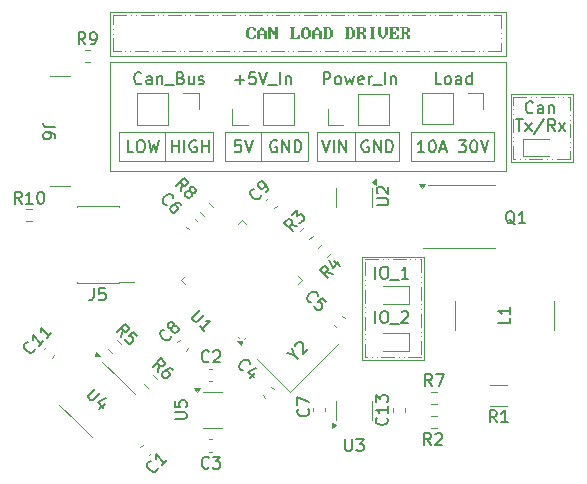
<source format=gbr>
%TF.GenerationSoftware,KiCad,Pcbnew,8.0.1*%
%TF.CreationDate,2024-06-13T11:44:26+10:00*%
%TF.ProjectId,CLD,434c442e-6b69-4636-9164-5f7063625858,rev?*%
%TF.SameCoordinates,Original*%
%TF.FileFunction,Legend,Top*%
%TF.FilePolarity,Positive*%
%FSLAX46Y46*%
G04 Gerber Fmt 4.6, Leading zero omitted, Abs format (unit mm)*
G04 Created by KiCad (PCBNEW 8.0.1) date 2024-06-13 11:44:26*
%MOMM*%
%LPD*%
G01*
G04 APERTURE LIST*
%ADD10C,0.100000*%
%ADD11C,0.153000*%
%ADD12C,0.150000*%
%ADD13C,0.120000*%
G04 APERTURE END LIST*
D10*
X100962499Y-64250000D02*
X102062499Y-64250000D01*
X102462499Y-64250000D02*
X102462499Y-64250000D01*
X102862499Y-64250000D02*
X102862499Y-64250000D01*
X103262499Y-64250000D02*
X104362499Y-64250000D01*
X104762499Y-64250000D02*
X104762499Y-64250000D01*
X105162499Y-64250000D02*
X105162499Y-64250000D01*
X105562499Y-64250000D02*
X105712499Y-64250000D01*
X105712499Y-64250000D02*
X105712499Y-65350000D01*
X105712499Y-65750000D02*
X105712499Y-65750000D01*
X105712499Y-66150000D02*
X105712499Y-66150000D01*
X105712499Y-66550000D02*
X105712499Y-67650000D01*
X105712499Y-68050000D02*
X105712499Y-68050000D01*
X105712499Y-68450000D02*
X105712499Y-68450000D01*
X105712499Y-68850000D02*
X105712499Y-69950000D01*
X105712499Y-70350000D02*
X105712499Y-70350000D01*
X105712499Y-70750000D02*
X105712499Y-70750000D01*
X105712499Y-71150000D02*
X105712499Y-72250000D01*
X105712499Y-72500000D02*
X104612499Y-72500000D01*
X104212499Y-72500000D02*
X104212499Y-72500000D01*
X103812499Y-72500000D02*
X103812499Y-72500000D01*
X103412499Y-72500000D02*
X102312499Y-72500000D01*
X101912499Y-72500000D02*
X101912499Y-72500000D01*
X101512499Y-72500000D02*
X101512499Y-72500000D01*
X101112499Y-72500000D02*
X100962499Y-72500000D01*
X100962499Y-72500000D02*
X100962499Y-71400000D01*
X100962499Y-71000000D02*
X100962499Y-71000000D01*
X100962499Y-70600000D02*
X100962499Y-70600000D01*
X100962499Y-70200000D02*
X100962499Y-69100000D01*
X100962499Y-68700000D02*
X100962499Y-68700000D01*
X100962499Y-68300000D02*
X100962499Y-68300000D01*
X100962499Y-67900000D02*
X100962499Y-66800000D01*
X100962499Y-66400000D02*
X100962499Y-66400000D01*
X100962499Y-66000000D02*
X100962499Y-66000000D01*
X100962499Y-65600000D02*
X100962499Y-64500000D01*
X80091666Y-53432015D02*
X88091666Y-53432015D01*
X88091666Y-55932015D01*
X80091666Y-55932015D01*
X80091666Y-53432015D01*
X92091666Y-55932015D02*
X92091666Y-53432015D01*
X104841666Y-53432015D02*
X111841666Y-53432015D01*
X111841666Y-55932015D01*
X104841666Y-55932015D01*
X104841666Y-53432015D01*
X113500000Y-50500000D02*
X114600000Y-50500000D01*
X115000000Y-50500000D02*
X115000000Y-50500000D01*
X115400000Y-50500000D02*
X115400000Y-50500000D01*
X115800000Y-50500000D02*
X116900000Y-50500000D01*
X117300000Y-50500000D02*
X117300000Y-50500000D01*
X117700000Y-50500000D02*
X117700000Y-50500000D01*
X118100000Y-50500000D02*
X118250000Y-50500000D01*
X118250000Y-50500000D02*
X118250000Y-51600000D01*
X118250000Y-52000000D02*
X118250000Y-52000000D01*
X118250000Y-52400000D02*
X118250000Y-52400000D01*
X118250000Y-52800000D02*
X118250000Y-53900000D01*
X118250000Y-54300000D02*
X118250000Y-54300000D01*
X118250000Y-54700000D02*
X118250000Y-54700000D01*
X118250000Y-55100000D02*
X118250000Y-55750000D01*
X118250000Y-55750000D02*
X117150000Y-55750000D01*
X116750000Y-55750000D02*
X116750000Y-55750000D01*
X116350000Y-55750000D02*
X116350000Y-55750000D01*
X115950000Y-55750000D02*
X114850000Y-55750000D01*
X114450000Y-55750000D02*
X114450000Y-55750000D01*
X114050000Y-55750000D02*
X114050000Y-55750000D01*
X113650000Y-55750000D02*
X113500000Y-55750000D01*
X113500000Y-55750000D02*
X113500000Y-54650000D01*
X113500000Y-54250000D02*
X113500000Y-54250000D01*
X113500000Y-53850000D02*
X113500000Y-53850000D01*
X113500000Y-53450000D02*
X113500000Y-52350000D01*
X113500000Y-51950000D02*
X113500000Y-51950000D01*
X113500000Y-51550000D02*
X113500000Y-51550000D01*
X113500000Y-51150000D02*
X113500000Y-50500000D01*
X84000000Y-55932015D02*
X84000000Y-53432015D01*
X79631666Y-43587500D02*
X80731666Y-43587500D01*
X81131666Y-43587500D02*
X81131666Y-43587500D01*
X81531666Y-43587500D02*
X81531666Y-43587500D01*
X81931666Y-43587500D02*
X83031666Y-43587500D01*
X83431666Y-43587500D02*
X83431666Y-43587500D01*
X83831666Y-43587500D02*
X83831666Y-43587500D01*
X84231666Y-43587500D02*
X85331666Y-43587500D01*
X85731666Y-43587500D02*
X85731666Y-43587500D01*
X86131666Y-43587500D02*
X86131666Y-43587500D01*
X86531666Y-43587500D02*
X87631666Y-43587500D01*
X88031666Y-43587500D02*
X88031666Y-43587500D01*
X88431666Y-43587500D02*
X88431666Y-43587500D01*
X88831666Y-43587500D02*
X89931666Y-43587500D01*
X90331666Y-43587500D02*
X90331666Y-43587500D01*
X90731666Y-43587500D02*
X90731666Y-43587500D01*
X91131666Y-43587500D02*
X92231666Y-43587500D01*
X92631666Y-43587500D02*
X92631666Y-43587500D01*
X93031666Y-43587500D02*
X93031666Y-43587500D01*
X93431666Y-43587500D02*
X94531666Y-43587500D01*
X94931666Y-43587500D02*
X94931666Y-43587500D01*
X95331666Y-43587500D02*
X95331666Y-43587500D01*
X95731666Y-43587500D02*
X96831666Y-43587500D01*
X97231666Y-43587500D02*
X97231666Y-43587500D01*
X97631666Y-43587500D02*
X97631666Y-43587500D01*
X98031666Y-43587500D02*
X99131666Y-43587500D01*
X99531666Y-43587500D02*
X99531666Y-43587500D01*
X99931666Y-43587500D02*
X99931666Y-43587500D01*
X100331666Y-43587500D02*
X101431666Y-43587500D01*
X101831666Y-43587500D02*
X101831666Y-43587500D01*
X102231666Y-43587500D02*
X102231666Y-43587500D01*
X102631666Y-43587500D02*
X103731666Y-43587500D01*
X104131666Y-43587500D02*
X104131666Y-43587500D01*
X104531666Y-43587500D02*
X104531666Y-43587500D01*
X104931666Y-43587500D02*
X106031666Y-43587500D01*
X106431666Y-43587500D02*
X106431666Y-43587500D01*
X106831666Y-43587500D02*
X106831666Y-43587500D01*
X107231666Y-43587500D02*
X108331666Y-43587500D01*
X108731666Y-43587500D02*
X108731666Y-43587500D01*
X109131666Y-43587500D02*
X109131666Y-43587500D01*
X109531666Y-43587500D02*
X110631666Y-43587500D01*
X111031666Y-43587500D02*
X111031666Y-43587500D01*
X111431666Y-43587500D02*
X111431666Y-43587500D01*
X111831666Y-43587500D02*
X112441666Y-43587500D01*
X112441666Y-43587500D02*
X112441666Y-44687500D01*
X112441666Y-45087500D02*
X112441666Y-45087500D01*
X112441666Y-45487500D02*
X112441666Y-45487500D01*
X112441666Y-45887500D02*
X112441666Y-46637500D01*
X112441666Y-46637500D02*
X111341666Y-46637500D01*
X110941666Y-46637500D02*
X110941666Y-46637500D01*
X110541666Y-46637500D02*
X110541666Y-46637500D01*
X110141666Y-46637500D02*
X109041666Y-46637500D01*
X108641666Y-46637500D02*
X108641666Y-46637500D01*
X108241666Y-46637500D02*
X108241666Y-46637500D01*
X107841666Y-46637500D02*
X106741666Y-46637500D01*
X106341666Y-46637500D02*
X106341666Y-46637500D01*
X105941666Y-46637500D02*
X105941666Y-46637500D01*
X105541666Y-46637500D02*
X104441666Y-46637500D01*
X104041666Y-46637500D02*
X104041666Y-46637500D01*
X103641666Y-46637500D02*
X103641666Y-46637500D01*
X103241666Y-46637500D02*
X102141666Y-46637500D01*
X101741666Y-46637500D02*
X101741666Y-46637500D01*
X101341666Y-46637500D02*
X101341666Y-46637500D01*
X100941666Y-46637500D02*
X99841666Y-46637500D01*
X99441666Y-46637500D02*
X99441666Y-46637500D01*
X99041666Y-46637500D02*
X99041666Y-46637500D01*
X98641666Y-46637500D02*
X97541666Y-46637500D01*
X97141666Y-46637500D02*
X97141666Y-46637500D01*
X96741666Y-46637500D02*
X96741666Y-46637500D01*
X96341666Y-46637500D02*
X95241666Y-46637500D01*
X94841666Y-46637500D02*
X94841666Y-46637500D01*
X94441666Y-46637500D02*
X94441666Y-46637500D01*
X94041666Y-46637500D02*
X92941666Y-46637500D01*
X92541666Y-46637500D02*
X92541666Y-46637500D01*
X92141666Y-46637500D02*
X92141666Y-46637500D01*
X91741666Y-46637500D02*
X90641666Y-46637500D01*
X90241666Y-46637500D02*
X90241666Y-46637500D01*
X89841666Y-46637500D02*
X89841666Y-46637500D01*
X89441666Y-46637500D02*
X88341666Y-46637500D01*
X87941666Y-46637500D02*
X87941666Y-46637500D01*
X87541666Y-46637500D02*
X87541666Y-46637500D01*
X87141666Y-46637500D02*
X86041666Y-46637500D01*
X85641666Y-46637500D02*
X85641666Y-46637500D01*
X85241666Y-46637500D02*
X85241666Y-46637500D01*
X84841666Y-46637500D02*
X83741666Y-46637500D01*
X83341666Y-46637500D02*
X83341666Y-46637500D01*
X82941666Y-46637500D02*
X82941666Y-46637500D01*
X82541666Y-46637500D02*
X81441666Y-46637500D01*
X81041666Y-46637500D02*
X81041666Y-46637500D01*
X80641666Y-46637500D02*
X80641666Y-46637500D01*
X80241666Y-46637500D02*
X79631666Y-46637500D01*
X79631666Y-46637500D02*
X79631666Y-45537500D01*
X79631666Y-45137500D02*
X79631666Y-45137500D01*
X79631666Y-44737500D02*
X79631666Y-44737500D01*
X79631666Y-44337500D02*
X79631666Y-43587500D01*
X89091666Y-53432015D02*
X96091666Y-53432015D01*
X96091666Y-55932015D01*
X89091666Y-55932015D01*
X89091666Y-53432015D01*
X96841666Y-53432015D02*
X103841666Y-53432015D01*
X103841666Y-55932015D01*
X96841666Y-55932015D01*
X96841666Y-53432015D01*
X79341666Y-43287500D02*
X112841666Y-43287500D01*
X112841666Y-47037500D01*
X79341666Y-47037500D01*
X79341666Y-43287500D01*
X113250000Y-50250000D02*
X118500000Y-50250000D01*
X118500000Y-56000000D01*
X113250000Y-56000000D01*
X113250000Y-50250000D01*
X79341666Y-47537500D02*
X112841666Y-47537500D01*
X112841666Y-56787500D01*
X79341666Y-56787500D01*
X79341666Y-47537500D01*
X100091666Y-55932015D02*
X100091666Y-53432015D01*
X100712499Y-64000000D02*
X105962499Y-64000000D01*
X105962499Y-72750000D01*
X100712499Y-72750000D01*
X100712499Y-64000000D01*
D11*
X97287561Y-54157163D02*
X97620894Y-55157163D01*
X97620894Y-55157163D02*
X97954227Y-54157163D01*
X98287561Y-55157163D02*
X98287561Y-54157163D01*
X98763751Y-55157163D02*
X98763751Y-54157163D01*
X98763751Y-54157163D02*
X99335179Y-55157163D01*
X99335179Y-55157163D02*
X99335179Y-54157163D01*
X84588752Y-55157163D02*
X84588752Y-54157163D01*
X84588752Y-54633353D02*
X85160180Y-54633353D01*
X85160180Y-55157163D02*
X85160180Y-54157163D01*
X85636371Y-55157163D02*
X85636371Y-54157163D01*
X86636370Y-54204782D02*
X86541132Y-54157163D01*
X86541132Y-54157163D02*
X86398275Y-54157163D01*
X86398275Y-54157163D02*
X86255418Y-54204782D01*
X86255418Y-54204782D02*
X86160180Y-54300020D01*
X86160180Y-54300020D02*
X86112561Y-54395258D01*
X86112561Y-54395258D02*
X86064942Y-54585734D01*
X86064942Y-54585734D02*
X86064942Y-54728591D01*
X86064942Y-54728591D02*
X86112561Y-54919067D01*
X86112561Y-54919067D02*
X86160180Y-55014305D01*
X86160180Y-55014305D02*
X86255418Y-55109544D01*
X86255418Y-55109544D02*
X86398275Y-55157163D01*
X86398275Y-55157163D02*
X86493513Y-55157163D01*
X86493513Y-55157163D02*
X86636370Y-55109544D01*
X86636370Y-55109544D02*
X86683989Y-55061924D01*
X86683989Y-55061924D02*
X86683989Y-54728591D01*
X86683989Y-54728591D02*
X86493513Y-54728591D01*
X87112561Y-55157163D02*
X87112561Y-54157163D01*
X87112561Y-54633353D02*
X87683989Y-54633353D01*
X87683989Y-55157163D02*
X87683989Y-54157163D01*
X93454227Y-54204782D02*
X93358989Y-54157163D01*
X93358989Y-54157163D02*
X93216132Y-54157163D01*
X93216132Y-54157163D02*
X93073275Y-54204782D01*
X93073275Y-54204782D02*
X92978037Y-54300020D01*
X92978037Y-54300020D02*
X92930418Y-54395258D01*
X92930418Y-54395258D02*
X92882799Y-54585734D01*
X92882799Y-54585734D02*
X92882799Y-54728591D01*
X92882799Y-54728591D02*
X92930418Y-54919067D01*
X92930418Y-54919067D02*
X92978037Y-55014305D01*
X92978037Y-55014305D02*
X93073275Y-55109544D01*
X93073275Y-55109544D02*
X93216132Y-55157163D01*
X93216132Y-55157163D02*
X93311370Y-55157163D01*
X93311370Y-55157163D02*
X93454227Y-55109544D01*
X93454227Y-55109544D02*
X93501846Y-55061924D01*
X93501846Y-55061924D02*
X93501846Y-54728591D01*
X93501846Y-54728591D02*
X93311370Y-54728591D01*
X93930418Y-55157163D02*
X93930418Y-54157163D01*
X93930418Y-54157163D02*
X94501846Y-55157163D01*
X94501846Y-55157163D02*
X94501846Y-54157163D01*
X94978037Y-55157163D02*
X94978037Y-54157163D01*
X94978037Y-54157163D02*
X95216132Y-54157163D01*
X95216132Y-54157163D02*
X95358989Y-54204782D01*
X95358989Y-54204782D02*
X95454227Y-54300020D01*
X95454227Y-54300020D02*
X95501846Y-54395258D01*
X95501846Y-54395258D02*
X95549465Y-54585734D01*
X95549465Y-54585734D02*
X95549465Y-54728591D01*
X95549465Y-54728591D02*
X95501846Y-54919067D01*
X95501846Y-54919067D02*
X95454227Y-55014305D01*
X95454227Y-55014305D02*
X95358989Y-55109544D01*
X95358989Y-55109544D02*
X95216132Y-55157163D01*
X95216132Y-55157163D02*
X94978037Y-55157163D01*
X90406608Y-54157163D02*
X89930418Y-54157163D01*
X89930418Y-54157163D02*
X89882799Y-54633353D01*
X89882799Y-54633353D02*
X89930418Y-54585734D01*
X89930418Y-54585734D02*
X90025656Y-54538115D01*
X90025656Y-54538115D02*
X90263751Y-54538115D01*
X90263751Y-54538115D02*
X90358989Y-54585734D01*
X90358989Y-54585734D02*
X90406608Y-54633353D01*
X90406608Y-54633353D02*
X90454227Y-54728591D01*
X90454227Y-54728591D02*
X90454227Y-54966686D01*
X90454227Y-54966686D02*
X90406608Y-55061924D01*
X90406608Y-55061924D02*
X90358989Y-55109544D01*
X90358989Y-55109544D02*
X90263751Y-55157163D01*
X90263751Y-55157163D02*
X90025656Y-55157163D01*
X90025656Y-55157163D02*
X89930418Y-55109544D01*
X89930418Y-55109544D02*
X89882799Y-55061924D01*
X90739942Y-54157163D02*
X91073275Y-55157163D01*
X91073275Y-55157163D02*
X91406608Y-54157163D01*
X97430418Y-49407163D02*
X97430418Y-48407163D01*
X97430418Y-48407163D02*
X97811370Y-48407163D01*
X97811370Y-48407163D02*
X97906608Y-48454782D01*
X97906608Y-48454782D02*
X97954227Y-48502401D01*
X97954227Y-48502401D02*
X98001846Y-48597639D01*
X98001846Y-48597639D02*
X98001846Y-48740496D01*
X98001846Y-48740496D02*
X97954227Y-48835734D01*
X97954227Y-48835734D02*
X97906608Y-48883353D01*
X97906608Y-48883353D02*
X97811370Y-48930972D01*
X97811370Y-48930972D02*
X97430418Y-48930972D01*
X98573275Y-49407163D02*
X98478037Y-49359544D01*
X98478037Y-49359544D02*
X98430418Y-49311924D01*
X98430418Y-49311924D02*
X98382799Y-49216686D01*
X98382799Y-49216686D02*
X98382799Y-48930972D01*
X98382799Y-48930972D02*
X98430418Y-48835734D01*
X98430418Y-48835734D02*
X98478037Y-48788115D01*
X98478037Y-48788115D02*
X98573275Y-48740496D01*
X98573275Y-48740496D02*
X98716132Y-48740496D01*
X98716132Y-48740496D02*
X98811370Y-48788115D01*
X98811370Y-48788115D02*
X98858989Y-48835734D01*
X98858989Y-48835734D02*
X98906608Y-48930972D01*
X98906608Y-48930972D02*
X98906608Y-49216686D01*
X98906608Y-49216686D02*
X98858989Y-49311924D01*
X98858989Y-49311924D02*
X98811370Y-49359544D01*
X98811370Y-49359544D02*
X98716132Y-49407163D01*
X98716132Y-49407163D02*
X98573275Y-49407163D01*
X99239942Y-48740496D02*
X99430418Y-49407163D01*
X99430418Y-49407163D02*
X99620894Y-48930972D01*
X99620894Y-48930972D02*
X99811370Y-49407163D01*
X99811370Y-49407163D02*
X100001846Y-48740496D01*
X100763751Y-49359544D02*
X100668513Y-49407163D01*
X100668513Y-49407163D02*
X100478037Y-49407163D01*
X100478037Y-49407163D02*
X100382799Y-49359544D01*
X100382799Y-49359544D02*
X100335180Y-49264305D01*
X100335180Y-49264305D02*
X100335180Y-48883353D01*
X100335180Y-48883353D02*
X100382799Y-48788115D01*
X100382799Y-48788115D02*
X100478037Y-48740496D01*
X100478037Y-48740496D02*
X100668513Y-48740496D01*
X100668513Y-48740496D02*
X100763751Y-48788115D01*
X100763751Y-48788115D02*
X100811370Y-48883353D01*
X100811370Y-48883353D02*
X100811370Y-48978591D01*
X100811370Y-48978591D02*
X100335180Y-49073829D01*
X101239942Y-49407163D02*
X101239942Y-48740496D01*
X101239942Y-48930972D02*
X101287561Y-48835734D01*
X101287561Y-48835734D02*
X101335180Y-48788115D01*
X101335180Y-48788115D02*
X101430418Y-48740496D01*
X101430418Y-48740496D02*
X101525656Y-48740496D01*
X101620895Y-49502401D02*
X102382799Y-49502401D01*
X102620895Y-49407163D02*
X102620895Y-48407163D01*
X103097085Y-48740496D02*
X103097085Y-49407163D01*
X103097085Y-48835734D02*
X103144704Y-48788115D01*
X103144704Y-48788115D02*
X103239942Y-48740496D01*
X103239942Y-48740496D02*
X103382799Y-48740496D01*
X103382799Y-48740496D02*
X103478037Y-48788115D01*
X103478037Y-48788115D02*
X103525656Y-48883353D01*
X103525656Y-48883353D02*
X103525656Y-49407163D01*
X107406608Y-49407163D02*
X106930418Y-49407163D01*
X106930418Y-49407163D02*
X106930418Y-48407163D01*
X107882799Y-49407163D02*
X107787561Y-49359544D01*
X107787561Y-49359544D02*
X107739942Y-49311924D01*
X107739942Y-49311924D02*
X107692323Y-49216686D01*
X107692323Y-49216686D02*
X107692323Y-48930972D01*
X107692323Y-48930972D02*
X107739942Y-48835734D01*
X107739942Y-48835734D02*
X107787561Y-48788115D01*
X107787561Y-48788115D02*
X107882799Y-48740496D01*
X107882799Y-48740496D02*
X108025656Y-48740496D01*
X108025656Y-48740496D02*
X108120894Y-48788115D01*
X108120894Y-48788115D02*
X108168513Y-48835734D01*
X108168513Y-48835734D02*
X108216132Y-48930972D01*
X108216132Y-48930972D02*
X108216132Y-49216686D01*
X108216132Y-49216686D02*
X108168513Y-49311924D01*
X108168513Y-49311924D02*
X108120894Y-49359544D01*
X108120894Y-49359544D02*
X108025656Y-49407163D01*
X108025656Y-49407163D02*
X107882799Y-49407163D01*
X109073275Y-49407163D02*
X109073275Y-48883353D01*
X109073275Y-48883353D02*
X109025656Y-48788115D01*
X109025656Y-48788115D02*
X108930418Y-48740496D01*
X108930418Y-48740496D02*
X108739942Y-48740496D01*
X108739942Y-48740496D02*
X108644704Y-48788115D01*
X109073275Y-49359544D02*
X108978037Y-49407163D01*
X108978037Y-49407163D02*
X108739942Y-49407163D01*
X108739942Y-49407163D02*
X108644704Y-49359544D01*
X108644704Y-49359544D02*
X108597085Y-49264305D01*
X108597085Y-49264305D02*
X108597085Y-49169067D01*
X108597085Y-49169067D02*
X108644704Y-49073829D01*
X108644704Y-49073829D02*
X108739942Y-49026210D01*
X108739942Y-49026210D02*
X108978037Y-49026210D01*
X108978037Y-49026210D02*
X109073275Y-48978591D01*
X109978037Y-49407163D02*
X109978037Y-48407163D01*
X109978037Y-49359544D02*
X109882799Y-49407163D01*
X109882799Y-49407163D02*
X109692323Y-49407163D01*
X109692323Y-49407163D02*
X109597085Y-49359544D01*
X109597085Y-49359544D02*
X109549466Y-49311924D01*
X109549466Y-49311924D02*
X109501847Y-49216686D01*
X109501847Y-49216686D02*
X109501847Y-48930972D01*
X109501847Y-48930972D02*
X109549466Y-48835734D01*
X109549466Y-48835734D02*
X109597085Y-48788115D01*
X109597085Y-48788115D02*
X109692323Y-48740496D01*
X109692323Y-48740496D02*
X109882799Y-48740496D01*
X109882799Y-48740496D02*
X109978037Y-48788115D01*
X89930418Y-49026210D02*
X90692323Y-49026210D01*
X90311370Y-49407163D02*
X90311370Y-48645258D01*
X91644703Y-48407163D02*
X91168513Y-48407163D01*
X91168513Y-48407163D02*
X91120894Y-48883353D01*
X91120894Y-48883353D02*
X91168513Y-48835734D01*
X91168513Y-48835734D02*
X91263751Y-48788115D01*
X91263751Y-48788115D02*
X91501846Y-48788115D01*
X91501846Y-48788115D02*
X91597084Y-48835734D01*
X91597084Y-48835734D02*
X91644703Y-48883353D01*
X91644703Y-48883353D02*
X91692322Y-48978591D01*
X91692322Y-48978591D02*
X91692322Y-49216686D01*
X91692322Y-49216686D02*
X91644703Y-49311924D01*
X91644703Y-49311924D02*
X91597084Y-49359544D01*
X91597084Y-49359544D02*
X91501846Y-49407163D01*
X91501846Y-49407163D02*
X91263751Y-49407163D01*
X91263751Y-49407163D02*
X91168513Y-49359544D01*
X91168513Y-49359544D02*
X91120894Y-49311924D01*
X91978037Y-48407163D02*
X92311370Y-49407163D01*
X92311370Y-49407163D02*
X92644703Y-48407163D01*
X92739942Y-49502401D02*
X93501846Y-49502401D01*
X93739942Y-49407163D02*
X93739942Y-48407163D01*
X94216132Y-48740496D02*
X94216132Y-49407163D01*
X94216132Y-48835734D02*
X94263751Y-48788115D01*
X94263751Y-48788115D02*
X94358989Y-48740496D01*
X94358989Y-48740496D02*
X94501846Y-48740496D01*
X94501846Y-48740496D02*
X94597084Y-48788115D01*
X94597084Y-48788115D02*
X94644703Y-48883353D01*
X94644703Y-48883353D02*
X94644703Y-49407163D01*
X105954227Y-55157163D02*
X105382799Y-55157163D01*
X105668513Y-55157163D02*
X105668513Y-54157163D01*
X105668513Y-54157163D02*
X105573275Y-54300020D01*
X105573275Y-54300020D02*
X105478037Y-54395258D01*
X105478037Y-54395258D02*
X105382799Y-54442877D01*
X106573275Y-54157163D02*
X106668513Y-54157163D01*
X106668513Y-54157163D02*
X106763751Y-54204782D01*
X106763751Y-54204782D02*
X106811370Y-54252401D01*
X106811370Y-54252401D02*
X106858989Y-54347639D01*
X106858989Y-54347639D02*
X106906608Y-54538115D01*
X106906608Y-54538115D02*
X106906608Y-54776210D01*
X106906608Y-54776210D02*
X106858989Y-54966686D01*
X106858989Y-54966686D02*
X106811370Y-55061924D01*
X106811370Y-55061924D02*
X106763751Y-55109544D01*
X106763751Y-55109544D02*
X106668513Y-55157163D01*
X106668513Y-55157163D02*
X106573275Y-55157163D01*
X106573275Y-55157163D02*
X106478037Y-55109544D01*
X106478037Y-55109544D02*
X106430418Y-55061924D01*
X106430418Y-55061924D02*
X106382799Y-54966686D01*
X106382799Y-54966686D02*
X106335180Y-54776210D01*
X106335180Y-54776210D02*
X106335180Y-54538115D01*
X106335180Y-54538115D02*
X106382799Y-54347639D01*
X106382799Y-54347639D02*
X106430418Y-54252401D01*
X106430418Y-54252401D02*
X106478037Y-54204782D01*
X106478037Y-54204782D02*
X106573275Y-54157163D01*
X107287561Y-54871448D02*
X107763751Y-54871448D01*
X107192323Y-55157163D02*
X107525656Y-54157163D01*
X107525656Y-54157163D02*
X107858989Y-55157163D01*
X108858990Y-54157163D02*
X109478037Y-54157163D01*
X109478037Y-54157163D02*
X109144704Y-54538115D01*
X109144704Y-54538115D02*
X109287561Y-54538115D01*
X109287561Y-54538115D02*
X109382799Y-54585734D01*
X109382799Y-54585734D02*
X109430418Y-54633353D01*
X109430418Y-54633353D02*
X109478037Y-54728591D01*
X109478037Y-54728591D02*
X109478037Y-54966686D01*
X109478037Y-54966686D02*
X109430418Y-55061924D01*
X109430418Y-55061924D02*
X109382799Y-55109544D01*
X109382799Y-55109544D02*
X109287561Y-55157163D01*
X109287561Y-55157163D02*
X109001847Y-55157163D01*
X109001847Y-55157163D02*
X108906609Y-55109544D01*
X108906609Y-55109544D02*
X108858990Y-55061924D01*
X110097085Y-54157163D02*
X110192323Y-54157163D01*
X110192323Y-54157163D02*
X110287561Y-54204782D01*
X110287561Y-54204782D02*
X110335180Y-54252401D01*
X110335180Y-54252401D02*
X110382799Y-54347639D01*
X110382799Y-54347639D02*
X110430418Y-54538115D01*
X110430418Y-54538115D02*
X110430418Y-54776210D01*
X110430418Y-54776210D02*
X110382799Y-54966686D01*
X110382799Y-54966686D02*
X110335180Y-55061924D01*
X110335180Y-55061924D02*
X110287561Y-55109544D01*
X110287561Y-55109544D02*
X110192323Y-55157163D01*
X110192323Y-55157163D02*
X110097085Y-55157163D01*
X110097085Y-55157163D02*
X110001847Y-55109544D01*
X110001847Y-55109544D02*
X109954228Y-55061924D01*
X109954228Y-55061924D02*
X109906609Y-54966686D01*
X109906609Y-54966686D02*
X109858990Y-54776210D01*
X109858990Y-54776210D02*
X109858990Y-54538115D01*
X109858990Y-54538115D02*
X109906609Y-54347639D01*
X109906609Y-54347639D02*
X109954228Y-54252401D01*
X109954228Y-54252401D02*
X110001847Y-54204782D01*
X110001847Y-54204782D02*
X110097085Y-54157163D01*
X110716133Y-54157163D02*
X111049466Y-55157163D01*
X111049466Y-55157163D02*
X111382799Y-54157163D01*
X115154761Y-51774424D02*
X115107142Y-51822044D01*
X115107142Y-51822044D02*
X114964285Y-51869663D01*
X114964285Y-51869663D02*
X114869047Y-51869663D01*
X114869047Y-51869663D02*
X114726190Y-51822044D01*
X114726190Y-51822044D02*
X114630952Y-51726805D01*
X114630952Y-51726805D02*
X114583333Y-51631567D01*
X114583333Y-51631567D02*
X114535714Y-51441091D01*
X114535714Y-51441091D02*
X114535714Y-51298234D01*
X114535714Y-51298234D02*
X114583333Y-51107758D01*
X114583333Y-51107758D02*
X114630952Y-51012520D01*
X114630952Y-51012520D02*
X114726190Y-50917282D01*
X114726190Y-50917282D02*
X114869047Y-50869663D01*
X114869047Y-50869663D02*
X114964285Y-50869663D01*
X114964285Y-50869663D02*
X115107142Y-50917282D01*
X115107142Y-50917282D02*
X115154761Y-50964901D01*
X116011904Y-51869663D02*
X116011904Y-51345853D01*
X116011904Y-51345853D02*
X115964285Y-51250615D01*
X115964285Y-51250615D02*
X115869047Y-51202996D01*
X115869047Y-51202996D02*
X115678571Y-51202996D01*
X115678571Y-51202996D02*
X115583333Y-51250615D01*
X116011904Y-51822044D02*
X115916666Y-51869663D01*
X115916666Y-51869663D02*
X115678571Y-51869663D01*
X115678571Y-51869663D02*
X115583333Y-51822044D01*
X115583333Y-51822044D02*
X115535714Y-51726805D01*
X115535714Y-51726805D02*
X115535714Y-51631567D01*
X115535714Y-51631567D02*
X115583333Y-51536329D01*
X115583333Y-51536329D02*
X115678571Y-51488710D01*
X115678571Y-51488710D02*
X115916666Y-51488710D01*
X115916666Y-51488710D02*
X116011904Y-51441091D01*
X116488095Y-51202996D02*
X116488095Y-51869663D01*
X116488095Y-51298234D02*
X116535714Y-51250615D01*
X116535714Y-51250615D02*
X116630952Y-51202996D01*
X116630952Y-51202996D02*
X116773809Y-51202996D01*
X116773809Y-51202996D02*
X116869047Y-51250615D01*
X116869047Y-51250615D02*
X116916666Y-51345853D01*
X116916666Y-51345853D02*
X116916666Y-51869663D01*
X101801251Y-69619663D02*
X101801251Y-68619663D01*
X102467917Y-68619663D02*
X102658393Y-68619663D01*
X102658393Y-68619663D02*
X102753631Y-68667282D01*
X102753631Y-68667282D02*
X102848869Y-68762520D01*
X102848869Y-68762520D02*
X102896488Y-68952996D01*
X102896488Y-68952996D02*
X102896488Y-69286329D01*
X102896488Y-69286329D02*
X102848869Y-69476805D01*
X102848869Y-69476805D02*
X102753631Y-69572044D01*
X102753631Y-69572044D02*
X102658393Y-69619663D01*
X102658393Y-69619663D02*
X102467917Y-69619663D01*
X102467917Y-69619663D02*
X102372679Y-69572044D01*
X102372679Y-69572044D02*
X102277441Y-69476805D01*
X102277441Y-69476805D02*
X102229822Y-69286329D01*
X102229822Y-69286329D02*
X102229822Y-68952996D01*
X102229822Y-68952996D02*
X102277441Y-68762520D01*
X102277441Y-68762520D02*
X102372679Y-68667282D01*
X102372679Y-68667282D02*
X102467917Y-68619663D01*
X103086965Y-69714901D02*
X103848869Y-69714901D01*
X104039346Y-68714901D02*
X104086965Y-68667282D01*
X104086965Y-68667282D02*
X104182203Y-68619663D01*
X104182203Y-68619663D02*
X104420298Y-68619663D01*
X104420298Y-68619663D02*
X104515536Y-68667282D01*
X104515536Y-68667282D02*
X104563155Y-68714901D01*
X104563155Y-68714901D02*
X104610774Y-68810139D01*
X104610774Y-68810139D02*
X104610774Y-68905377D01*
X104610774Y-68905377D02*
X104563155Y-69048234D01*
X104563155Y-69048234D02*
X103991727Y-69619663D01*
X103991727Y-69619663D02*
X104610774Y-69619663D01*
X101801251Y-65869663D02*
X101801251Y-64869663D01*
X102467917Y-64869663D02*
X102658393Y-64869663D01*
X102658393Y-64869663D02*
X102753631Y-64917282D01*
X102753631Y-64917282D02*
X102848869Y-65012520D01*
X102848869Y-65012520D02*
X102896488Y-65202996D01*
X102896488Y-65202996D02*
X102896488Y-65536329D01*
X102896488Y-65536329D02*
X102848869Y-65726805D01*
X102848869Y-65726805D02*
X102753631Y-65822044D01*
X102753631Y-65822044D02*
X102658393Y-65869663D01*
X102658393Y-65869663D02*
X102467917Y-65869663D01*
X102467917Y-65869663D02*
X102372679Y-65822044D01*
X102372679Y-65822044D02*
X102277441Y-65726805D01*
X102277441Y-65726805D02*
X102229822Y-65536329D01*
X102229822Y-65536329D02*
X102229822Y-65202996D01*
X102229822Y-65202996D02*
X102277441Y-65012520D01*
X102277441Y-65012520D02*
X102372679Y-64917282D01*
X102372679Y-64917282D02*
X102467917Y-64869663D01*
X103086965Y-65964901D02*
X103848869Y-65964901D01*
X104610774Y-65869663D02*
X104039346Y-65869663D01*
X104325060Y-65869663D02*
X104325060Y-64869663D01*
X104325060Y-64869663D02*
X104229822Y-65012520D01*
X104229822Y-65012520D02*
X104134584Y-65107758D01*
X104134584Y-65107758D02*
X104039346Y-65155377D01*
D10*
G36*
X90841666Y-45383026D02*
G01*
X90841666Y-44796844D01*
X90958902Y-44796844D01*
X90958902Y-44679607D01*
X91076139Y-44679607D01*
X91076139Y-44562370D01*
X91545085Y-44562370D01*
X91545085Y-44679607D01*
X91662321Y-44679607D01*
X91662321Y-44914080D01*
X91545085Y-44914080D01*
X91545085Y-44796844D01*
X91427848Y-44796844D01*
X91427848Y-44679607D01*
X91193375Y-44679607D01*
X91193375Y-44796844D01*
X91076139Y-44796844D01*
X91076139Y-45383026D01*
X91193375Y-45383026D01*
X91193375Y-45500263D01*
X91427848Y-45500263D01*
X91427848Y-45383026D01*
X91545085Y-45383026D01*
X91545085Y-45265790D01*
X91662321Y-45265790D01*
X91662321Y-45500263D01*
X91545085Y-45500263D01*
X91545085Y-45617500D01*
X91076139Y-45617500D01*
X91076139Y-45500263D01*
X90958902Y-45500263D01*
X90958902Y-45383026D01*
X90841666Y-45383026D01*
G37*
G36*
X92243619Y-44679607D02*
G01*
X92360856Y-44679607D01*
X92360856Y-44796844D01*
X92478093Y-44796844D01*
X92478093Y-44914080D01*
X92595329Y-44914080D01*
X92595329Y-45617500D01*
X92360856Y-45617500D01*
X92360856Y-45265790D01*
X92009146Y-45265790D01*
X92009146Y-45617500D01*
X91774673Y-45617500D01*
X91774673Y-45148553D01*
X92009146Y-45148553D01*
X92360856Y-45148553D01*
X92360856Y-44914080D01*
X92243619Y-44914080D01*
X92243619Y-44796844D01*
X92126383Y-44796844D01*
X92126383Y-44914080D01*
X92009146Y-44914080D01*
X92009146Y-45148553D01*
X91774673Y-45148553D01*
X91774673Y-44914080D01*
X91891910Y-44914080D01*
X91891910Y-44796844D01*
X92009146Y-44796844D01*
X92009146Y-44679607D01*
X92126383Y-44679607D01*
X92126383Y-44562370D01*
X92243619Y-44562370D01*
X92243619Y-44679607D01*
G37*
G36*
X92707681Y-45617500D02*
G01*
X92707681Y-44562370D01*
X92942154Y-44562370D01*
X92942154Y-44679607D01*
X93059391Y-44679607D01*
X93059391Y-44796844D01*
X93176627Y-44796844D01*
X93176627Y-44914080D01*
X93293864Y-44914080D01*
X93293864Y-44562370D01*
X93528337Y-44562370D01*
X93528337Y-45617500D01*
X93293864Y-45617500D01*
X93293864Y-45265790D01*
X93176627Y-45265790D01*
X93176627Y-45148553D01*
X93059391Y-45148553D01*
X93059391Y-45031317D01*
X92942154Y-45031317D01*
X92942154Y-45617500D01*
X92707681Y-45617500D01*
G37*
G36*
X94573696Y-45617500D02*
G01*
X94573696Y-45500263D01*
X94690933Y-45500263D01*
X94690933Y-44679607D01*
X94573696Y-44679607D01*
X94573696Y-44562370D01*
X95042642Y-44562370D01*
X95042642Y-44679607D01*
X94925406Y-44679607D01*
X94925406Y-45500263D01*
X95159879Y-45500263D01*
X95159879Y-45383026D01*
X95277116Y-45383026D01*
X95277116Y-45265790D01*
X95394352Y-45265790D01*
X95394352Y-45617500D01*
X94573696Y-45617500D01*
G37*
G36*
X96092887Y-44679607D02*
G01*
X96210123Y-44679607D01*
X96210123Y-44796844D01*
X96327360Y-44796844D01*
X96327360Y-45383026D01*
X96210123Y-45383026D01*
X96210123Y-45500263D01*
X96092887Y-45500263D01*
X96092887Y-45617500D01*
X95741177Y-45617500D01*
X95741177Y-45500263D01*
X95623940Y-45500263D01*
X95623940Y-45383026D01*
X95741177Y-45383026D01*
X95858414Y-45383026D01*
X95858414Y-45500263D01*
X95975650Y-45500263D01*
X95975650Y-45383026D01*
X96092887Y-45383026D01*
X96092887Y-44796844D01*
X95975650Y-44796844D01*
X95975650Y-44679607D01*
X95858414Y-44679607D01*
X95858414Y-44796844D01*
X95741177Y-44796844D01*
X95741177Y-45383026D01*
X95623940Y-45383026D01*
X95506704Y-45383026D01*
X95506704Y-44796844D01*
X95623940Y-44796844D01*
X95623940Y-44679607D01*
X95741177Y-44679607D01*
X95741177Y-44562370D01*
X96092887Y-44562370D01*
X96092887Y-44679607D01*
G37*
G36*
X96908658Y-44679607D02*
G01*
X97025894Y-44679607D01*
X97025894Y-44796844D01*
X97143131Y-44796844D01*
X97143131Y-44914080D01*
X97260368Y-44914080D01*
X97260368Y-45617500D01*
X97025894Y-45617500D01*
X97025894Y-45265790D01*
X96674185Y-45265790D01*
X96674185Y-45617500D01*
X96439712Y-45617500D01*
X96439712Y-45148553D01*
X96674185Y-45148553D01*
X97025894Y-45148553D01*
X97025894Y-44914080D01*
X96908658Y-44914080D01*
X96908658Y-44796844D01*
X96791421Y-44796844D01*
X96791421Y-44914080D01*
X96674185Y-44914080D01*
X96674185Y-45148553D01*
X96439712Y-45148553D01*
X96439712Y-44914080D01*
X96556948Y-44914080D01*
X96556948Y-44796844D01*
X96674185Y-44796844D01*
X96674185Y-44679607D01*
X96791421Y-44679607D01*
X96791421Y-44562370D01*
X96908658Y-44562370D01*
X96908658Y-44679607D01*
G37*
G36*
X97958902Y-44679607D02*
G01*
X98076139Y-44679607D01*
X98076139Y-44796844D01*
X98193375Y-44796844D01*
X98193375Y-45383026D01*
X98076139Y-45383026D01*
X98076139Y-45500263D01*
X97958902Y-45500263D01*
X97958902Y-45617500D01*
X97372719Y-45617500D01*
X97372719Y-45500263D01*
X97489956Y-45500263D01*
X97489956Y-44679607D01*
X97724429Y-44679607D01*
X97724429Y-45500263D01*
X97841666Y-45500263D01*
X97841666Y-45383026D01*
X97958902Y-45383026D01*
X97958902Y-44796844D01*
X97841666Y-44796844D01*
X97841666Y-44679607D01*
X97724429Y-44679607D01*
X97489956Y-44679607D01*
X97372719Y-44679607D01*
X97372719Y-44562370D01*
X97958902Y-44562370D01*
X97958902Y-44679607D01*
G37*
G36*
X99824917Y-44679607D02*
G01*
X99942154Y-44679607D01*
X99942154Y-44796844D01*
X100059391Y-44796844D01*
X100059391Y-45383026D01*
X99942154Y-45383026D01*
X99942154Y-45500263D01*
X99824917Y-45500263D01*
X99824917Y-45617500D01*
X99238735Y-45617500D01*
X99238735Y-45500263D01*
X99355971Y-45500263D01*
X99355971Y-44679607D01*
X99590444Y-44679607D01*
X99590444Y-45500263D01*
X99707681Y-45500263D01*
X99707681Y-45383026D01*
X99824917Y-45383026D01*
X99824917Y-44796844D01*
X99707681Y-44796844D01*
X99707681Y-44679607D01*
X99590444Y-44679607D01*
X99355971Y-44679607D01*
X99238735Y-44679607D01*
X99238735Y-44562370D01*
X99824917Y-44562370D01*
X99824917Y-44679607D01*
G37*
G36*
X100875162Y-44679607D02*
G01*
X100992398Y-44679607D01*
X100992398Y-45031317D01*
X100875162Y-45031317D01*
X100875162Y-45265790D01*
X100992398Y-45265790D01*
X100992398Y-45617500D01*
X100757925Y-45617500D01*
X100757925Y-45265790D01*
X100640689Y-45265790D01*
X100640689Y-45148553D01*
X100523452Y-45148553D01*
X100523452Y-45617500D01*
X100171742Y-45617500D01*
X100171742Y-45500263D01*
X100288979Y-45500263D01*
X100288979Y-44679607D01*
X100523452Y-44679607D01*
X100523452Y-45031317D01*
X100757925Y-45031317D01*
X100757925Y-44679607D01*
X100523452Y-44679607D01*
X100288979Y-44679607D01*
X100171742Y-44679607D01*
X100171742Y-44562370D01*
X100875162Y-44562370D01*
X100875162Y-44679607D01*
G37*
G36*
X101690933Y-45500263D02*
G01*
X101808169Y-45500263D01*
X101808169Y-45617500D01*
X101339223Y-45617500D01*
X101339223Y-45500263D01*
X101456460Y-45500263D01*
X101456460Y-44679607D01*
X101339223Y-44679607D01*
X101339223Y-44562370D01*
X101808169Y-44562370D01*
X101808169Y-44679607D01*
X101690933Y-44679607D01*
X101690933Y-45500263D01*
G37*
G36*
X102037758Y-45265790D02*
G01*
X102037758Y-44562370D01*
X102272231Y-44562370D01*
X102272231Y-45265790D01*
X102389467Y-45265790D01*
X102389467Y-45383026D01*
X102506704Y-45383026D01*
X102506704Y-45265790D01*
X102623940Y-45265790D01*
X102623940Y-44562370D01*
X102858414Y-44562370D01*
X102858414Y-45265790D01*
X102741177Y-45265790D01*
X102741177Y-45383026D01*
X102623940Y-45383026D01*
X102623940Y-45500263D01*
X102506704Y-45500263D01*
X102506704Y-45617500D01*
X102389467Y-45617500D01*
X102389467Y-45500263D01*
X102272231Y-45500263D01*
X102272231Y-45383026D01*
X102154994Y-45383026D01*
X102154994Y-45265790D01*
X102037758Y-45265790D01*
G37*
G36*
X102970765Y-45617500D02*
G01*
X102970765Y-45500263D01*
X103088002Y-45500263D01*
X103088002Y-44679607D01*
X102970765Y-44679607D01*
X102970765Y-44562370D01*
X103791421Y-44562370D01*
X103791421Y-44914080D01*
X103674185Y-44914080D01*
X103674185Y-44796844D01*
X103556948Y-44796844D01*
X103556948Y-44679607D01*
X103322475Y-44679607D01*
X103322475Y-45031317D01*
X103439712Y-45031317D01*
X103439712Y-44914080D01*
X103556948Y-44914080D01*
X103556948Y-45265790D01*
X103439712Y-45265790D01*
X103439712Y-45148553D01*
X103322475Y-45148553D01*
X103322475Y-45500263D01*
X103556948Y-45500263D01*
X103556948Y-45383026D01*
X103674185Y-45383026D01*
X103674185Y-45265790D01*
X103791421Y-45265790D01*
X103791421Y-45617500D01*
X102970765Y-45617500D01*
G37*
G36*
X104607192Y-44679607D02*
G01*
X104724429Y-44679607D01*
X104724429Y-45031317D01*
X104607192Y-45031317D01*
X104607192Y-45265790D01*
X104724429Y-45265790D01*
X104724429Y-45617500D01*
X104489956Y-45617500D01*
X104489956Y-45265790D01*
X104372719Y-45265790D01*
X104372719Y-45148553D01*
X104255483Y-45148553D01*
X104255483Y-45617500D01*
X103903773Y-45617500D01*
X103903773Y-45500263D01*
X104021010Y-45500263D01*
X104021010Y-44679607D01*
X104255483Y-44679607D01*
X104255483Y-45031317D01*
X104489956Y-45031317D01*
X104489956Y-44679607D01*
X104255483Y-44679607D01*
X104021010Y-44679607D01*
X103903773Y-44679607D01*
X103903773Y-44562370D01*
X104607192Y-44562370D01*
X104607192Y-44679607D01*
G37*
D11*
X81314942Y-55157163D02*
X80838752Y-55157163D01*
X80838752Y-55157163D02*
X80838752Y-54157163D01*
X81838752Y-54157163D02*
X82029228Y-54157163D01*
X82029228Y-54157163D02*
X82124466Y-54204782D01*
X82124466Y-54204782D02*
X82219704Y-54300020D01*
X82219704Y-54300020D02*
X82267323Y-54490496D01*
X82267323Y-54490496D02*
X82267323Y-54823829D01*
X82267323Y-54823829D02*
X82219704Y-55014305D01*
X82219704Y-55014305D02*
X82124466Y-55109544D01*
X82124466Y-55109544D02*
X82029228Y-55157163D01*
X82029228Y-55157163D02*
X81838752Y-55157163D01*
X81838752Y-55157163D02*
X81743514Y-55109544D01*
X81743514Y-55109544D02*
X81648276Y-55014305D01*
X81648276Y-55014305D02*
X81600657Y-54823829D01*
X81600657Y-54823829D02*
X81600657Y-54490496D01*
X81600657Y-54490496D02*
X81648276Y-54300020D01*
X81648276Y-54300020D02*
X81743514Y-54204782D01*
X81743514Y-54204782D02*
X81838752Y-54157163D01*
X82600657Y-54157163D02*
X82838752Y-55157163D01*
X82838752Y-55157163D02*
X83029228Y-54442877D01*
X83029228Y-54442877D02*
X83219704Y-55157163D01*
X83219704Y-55157163D02*
X83457800Y-54157163D01*
X101204227Y-54204782D02*
X101108989Y-54157163D01*
X101108989Y-54157163D02*
X100966132Y-54157163D01*
X100966132Y-54157163D02*
X100823275Y-54204782D01*
X100823275Y-54204782D02*
X100728037Y-54300020D01*
X100728037Y-54300020D02*
X100680418Y-54395258D01*
X100680418Y-54395258D02*
X100632799Y-54585734D01*
X100632799Y-54585734D02*
X100632799Y-54728591D01*
X100632799Y-54728591D02*
X100680418Y-54919067D01*
X100680418Y-54919067D02*
X100728037Y-55014305D01*
X100728037Y-55014305D02*
X100823275Y-55109544D01*
X100823275Y-55109544D02*
X100966132Y-55157163D01*
X100966132Y-55157163D02*
X101061370Y-55157163D01*
X101061370Y-55157163D02*
X101204227Y-55109544D01*
X101204227Y-55109544D02*
X101251846Y-55061924D01*
X101251846Y-55061924D02*
X101251846Y-54728591D01*
X101251846Y-54728591D02*
X101061370Y-54728591D01*
X101680418Y-55157163D02*
X101680418Y-54157163D01*
X101680418Y-54157163D02*
X102251846Y-55157163D01*
X102251846Y-55157163D02*
X102251846Y-54157163D01*
X102728037Y-55157163D02*
X102728037Y-54157163D01*
X102728037Y-54157163D02*
X102966132Y-54157163D01*
X102966132Y-54157163D02*
X103108989Y-54204782D01*
X103108989Y-54204782D02*
X103204227Y-54300020D01*
X103204227Y-54300020D02*
X103251846Y-54395258D01*
X103251846Y-54395258D02*
X103299465Y-54585734D01*
X103299465Y-54585734D02*
X103299465Y-54728591D01*
X103299465Y-54728591D02*
X103251846Y-54919067D01*
X103251846Y-54919067D02*
X103204227Y-55014305D01*
X103204227Y-55014305D02*
X103108989Y-55109544D01*
X103108989Y-55109544D02*
X102966132Y-55157163D01*
X102966132Y-55157163D02*
X102728037Y-55157163D01*
X82001846Y-49311924D02*
X81954227Y-49359544D01*
X81954227Y-49359544D02*
X81811370Y-49407163D01*
X81811370Y-49407163D02*
X81716132Y-49407163D01*
X81716132Y-49407163D02*
X81573275Y-49359544D01*
X81573275Y-49359544D02*
X81478037Y-49264305D01*
X81478037Y-49264305D02*
X81430418Y-49169067D01*
X81430418Y-49169067D02*
X81382799Y-48978591D01*
X81382799Y-48978591D02*
X81382799Y-48835734D01*
X81382799Y-48835734D02*
X81430418Y-48645258D01*
X81430418Y-48645258D02*
X81478037Y-48550020D01*
X81478037Y-48550020D02*
X81573275Y-48454782D01*
X81573275Y-48454782D02*
X81716132Y-48407163D01*
X81716132Y-48407163D02*
X81811370Y-48407163D01*
X81811370Y-48407163D02*
X81954227Y-48454782D01*
X81954227Y-48454782D02*
X82001846Y-48502401D01*
X82858989Y-49407163D02*
X82858989Y-48883353D01*
X82858989Y-48883353D02*
X82811370Y-48788115D01*
X82811370Y-48788115D02*
X82716132Y-48740496D01*
X82716132Y-48740496D02*
X82525656Y-48740496D01*
X82525656Y-48740496D02*
X82430418Y-48788115D01*
X82858989Y-49359544D02*
X82763751Y-49407163D01*
X82763751Y-49407163D02*
X82525656Y-49407163D01*
X82525656Y-49407163D02*
X82430418Y-49359544D01*
X82430418Y-49359544D02*
X82382799Y-49264305D01*
X82382799Y-49264305D02*
X82382799Y-49169067D01*
X82382799Y-49169067D02*
X82430418Y-49073829D01*
X82430418Y-49073829D02*
X82525656Y-49026210D01*
X82525656Y-49026210D02*
X82763751Y-49026210D01*
X82763751Y-49026210D02*
X82858989Y-48978591D01*
X83335180Y-48740496D02*
X83335180Y-49407163D01*
X83335180Y-48835734D02*
X83382799Y-48788115D01*
X83382799Y-48788115D02*
X83478037Y-48740496D01*
X83478037Y-48740496D02*
X83620894Y-48740496D01*
X83620894Y-48740496D02*
X83716132Y-48788115D01*
X83716132Y-48788115D02*
X83763751Y-48883353D01*
X83763751Y-48883353D02*
X83763751Y-49407163D01*
X84001847Y-49502401D02*
X84763751Y-49502401D01*
X85335180Y-48883353D02*
X85478037Y-48930972D01*
X85478037Y-48930972D02*
X85525656Y-48978591D01*
X85525656Y-48978591D02*
X85573275Y-49073829D01*
X85573275Y-49073829D02*
X85573275Y-49216686D01*
X85573275Y-49216686D02*
X85525656Y-49311924D01*
X85525656Y-49311924D02*
X85478037Y-49359544D01*
X85478037Y-49359544D02*
X85382799Y-49407163D01*
X85382799Y-49407163D02*
X85001847Y-49407163D01*
X85001847Y-49407163D02*
X85001847Y-48407163D01*
X85001847Y-48407163D02*
X85335180Y-48407163D01*
X85335180Y-48407163D02*
X85430418Y-48454782D01*
X85430418Y-48454782D02*
X85478037Y-48502401D01*
X85478037Y-48502401D02*
X85525656Y-48597639D01*
X85525656Y-48597639D02*
X85525656Y-48692877D01*
X85525656Y-48692877D02*
X85478037Y-48788115D01*
X85478037Y-48788115D02*
X85430418Y-48835734D01*
X85430418Y-48835734D02*
X85335180Y-48883353D01*
X85335180Y-48883353D02*
X85001847Y-48883353D01*
X86430418Y-48740496D02*
X86430418Y-49407163D01*
X86001847Y-48740496D02*
X86001847Y-49264305D01*
X86001847Y-49264305D02*
X86049466Y-49359544D01*
X86049466Y-49359544D02*
X86144704Y-49407163D01*
X86144704Y-49407163D02*
X86287561Y-49407163D01*
X86287561Y-49407163D02*
X86382799Y-49359544D01*
X86382799Y-49359544D02*
X86430418Y-49311924D01*
X86858990Y-49359544D02*
X86954228Y-49407163D01*
X86954228Y-49407163D02*
X87144704Y-49407163D01*
X87144704Y-49407163D02*
X87239942Y-49359544D01*
X87239942Y-49359544D02*
X87287561Y-49264305D01*
X87287561Y-49264305D02*
X87287561Y-49216686D01*
X87287561Y-49216686D02*
X87239942Y-49121448D01*
X87239942Y-49121448D02*
X87144704Y-49073829D01*
X87144704Y-49073829D02*
X87001847Y-49073829D01*
X87001847Y-49073829D02*
X86906609Y-49026210D01*
X86906609Y-49026210D02*
X86858990Y-48930972D01*
X86858990Y-48930972D02*
X86858990Y-48883353D01*
X86858990Y-48883353D02*
X86906609Y-48788115D01*
X86906609Y-48788115D02*
X87001847Y-48740496D01*
X87001847Y-48740496D02*
X87144704Y-48740496D01*
X87144704Y-48740496D02*
X87239942Y-48788115D01*
X113695895Y-52369663D02*
X114267323Y-52369663D01*
X113981609Y-53369663D02*
X113981609Y-52369663D01*
X114505419Y-53369663D02*
X115029228Y-52702996D01*
X114505419Y-52702996D02*
X115029228Y-53369663D01*
X116124466Y-52322044D02*
X115267324Y-53607758D01*
X117029228Y-53369663D02*
X116695895Y-52893472D01*
X116457800Y-53369663D02*
X116457800Y-52369663D01*
X116457800Y-52369663D02*
X116838752Y-52369663D01*
X116838752Y-52369663D02*
X116933990Y-52417282D01*
X116933990Y-52417282D02*
X116981609Y-52464901D01*
X116981609Y-52464901D02*
X117029228Y-52560139D01*
X117029228Y-52560139D02*
X117029228Y-52702996D01*
X117029228Y-52702996D02*
X116981609Y-52798234D01*
X116981609Y-52798234D02*
X116933990Y-52845853D01*
X116933990Y-52845853D02*
X116838752Y-52893472D01*
X116838752Y-52893472D02*
X116457800Y-52893472D01*
X117362562Y-53369663D02*
X117886371Y-52702996D01*
X117362562Y-52702996D02*
X117886371Y-53369663D01*
D12*
X113604761Y-61265057D02*
X113509523Y-61217438D01*
X113509523Y-61217438D02*
X113414285Y-61122200D01*
X113414285Y-61122200D02*
X113271428Y-60979342D01*
X113271428Y-60979342D02*
X113176190Y-60931723D01*
X113176190Y-60931723D02*
X113080952Y-60931723D01*
X113128571Y-61169819D02*
X113033333Y-61122200D01*
X113033333Y-61122200D02*
X112938095Y-61026961D01*
X112938095Y-61026961D02*
X112890476Y-60836485D01*
X112890476Y-60836485D02*
X112890476Y-60503152D01*
X112890476Y-60503152D02*
X112938095Y-60312676D01*
X112938095Y-60312676D02*
X113033333Y-60217438D01*
X113033333Y-60217438D02*
X113128571Y-60169819D01*
X113128571Y-60169819D02*
X113319047Y-60169819D01*
X113319047Y-60169819D02*
X113414285Y-60217438D01*
X113414285Y-60217438D02*
X113509523Y-60312676D01*
X113509523Y-60312676D02*
X113557142Y-60503152D01*
X113557142Y-60503152D02*
X113557142Y-60836485D01*
X113557142Y-60836485D02*
X113509523Y-61026961D01*
X113509523Y-61026961D02*
X113414285Y-61122200D01*
X113414285Y-61122200D02*
X113319047Y-61169819D01*
X113319047Y-61169819D02*
X113128571Y-61169819D01*
X114509523Y-61169819D02*
X113938095Y-61169819D01*
X114223809Y-61169819D02*
X114223809Y-60169819D01*
X114223809Y-60169819D02*
X114128571Y-60312676D01*
X114128571Y-60312676D02*
X114033333Y-60407914D01*
X114033333Y-60407914D02*
X113938095Y-60455533D01*
X98203754Y-65439456D02*
X97631335Y-65338441D01*
X97799693Y-65843517D02*
X97092587Y-65136410D01*
X97092587Y-65136410D02*
X97361961Y-64867036D01*
X97361961Y-64867036D02*
X97462976Y-64833364D01*
X97462976Y-64833364D02*
X97530319Y-64833364D01*
X97530319Y-64833364D02*
X97631335Y-64867036D01*
X97631335Y-64867036D02*
X97732350Y-64968051D01*
X97732350Y-64968051D02*
X97766022Y-65069067D01*
X97766022Y-65069067D02*
X97766022Y-65136410D01*
X97766022Y-65136410D02*
X97732350Y-65237425D01*
X97732350Y-65237425D02*
X97462976Y-65506799D01*
X98338441Y-64361960D02*
X98809846Y-64833364D01*
X97900709Y-64260945D02*
X98237426Y-64934380D01*
X98237426Y-64934380D02*
X98675159Y-64496647D01*
X96109580Y-76916666D02*
X96157200Y-76964285D01*
X96157200Y-76964285D02*
X96204819Y-77107142D01*
X96204819Y-77107142D02*
X96204819Y-77202380D01*
X96204819Y-77202380D02*
X96157200Y-77345237D01*
X96157200Y-77345237D02*
X96061961Y-77440475D01*
X96061961Y-77440475D02*
X95966723Y-77488094D01*
X95966723Y-77488094D02*
X95776247Y-77535713D01*
X95776247Y-77535713D02*
X95633390Y-77535713D01*
X95633390Y-77535713D02*
X95442914Y-77488094D01*
X95442914Y-77488094D02*
X95347676Y-77440475D01*
X95347676Y-77440475D02*
X95252438Y-77345237D01*
X95252438Y-77345237D02*
X95204819Y-77202380D01*
X95204819Y-77202380D02*
X95204819Y-77107142D01*
X95204819Y-77107142D02*
X95252438Y-76964285D01*
X95252438Y-76964285D02*
X95300057Y-76916666D01*
X95204819Y-76583332D02*
X95204819Y-75916666D01*
X95204819Y-75916666D02*
X96204819Y-76345237D01*
X83386411Y-81872112D02*
X83386411Y-81939456D01*
X83386411Y-81939456D02*
X83319067Y-82074143D01*
X83319067Y-82074143D02*
X83251724Y-82141486D01*
X83251724Y-82141486D02*
X83117037Y-82208830D01*
X83117037Y-82208830D02*
X82982350Y-82208830D01*
X82982350Y-82208830D02*
X82881335Y-82175158D01*
X82881335Y-82175158D02*
X82712976Y-82074143D01*
X82712976Y-82074143D02*
X82611961Y-81973128D01*
X82611961Y-81973128D02*
X82510945Y-81804769D01*
X82510945Y-81804769D02*
X82477274Y-81703754D01*
X82477274Y-81703754D02*
X82477274Y-81569067D01*
X82477274Y-81569067D02*
X82544617Y-81434380D01*
X82544617Y-81434380D02*
X82611961Y-81367036D01*
X82611961Y-81367036D02*
X82746648Y-81299693D01*
X82746648Y-81299693D02*
X82813991Y-81299693D01*
X84127189Y-81266021D02*
X83723128Y-81670082D01*
X83925159Y-81468051D02*
X83218052Y-80760945D01*
X83218052Y-80760945D02*
X83251724Y-80929303D01*
X83251724Y-80929303D02*
X83251724Y-81063990D01*
X83251724Y-81063990D02*
X83218052Y-81165006D01*
X77258333Y-46024819D02*
X76925000Y-45548628D01*
X76686905Y-46024819D02*
X76686905Y-45024819D01*
X76686905Y-45024819D02*
X77067857Y-45024819D01*
X77067857Y-45024819D02*
X77163095Y-45072438D01*
X77163095Y-45072438D02*
X77210714Y-45120057D01*
X77210714Y-45120057D02*
X77258333Y-45215295D01*
X77258333Y-45215295D02*
X77258333Y-45358152D01*
X77258333Y-45358152D02*
X77210714Y-45453390D01*
X77210714Y-45453390D02*
X77163095Y-45501009D01*
X77163095Y-45501009D02*
X77067857Y-45548628D01*
X77067857Y-45548628D02*
X76686905Y-45548628D01*
X77734524Y-46024819D02*
X77925000Y-46024819D01*
X77925000Y-46024819D02*
X78020238Y-45977200D01*
X78020238Y-45977200D02*
X78067857Y-45929580D01*
X78067857Y-45929580D02*
X78163095Y-45786723D01*
X78163095Y-45786723D02*
X78210714Y-45596247D01*
X78210714Y-45596247D02*
X78210714Y-45215295D01*
X78210714Y-45215295D02*
X78163095Y-45120057D01*
X78163095Y-45120057D02*
X78115476Y-45072438D01*
X78115476Y-45072438D02*
X78020238Y-45024819D01*
X78020238Y-45024819D02*
X77829762Y-45024819D01*
X77829762Y-45024819D02*
X77734524Y-45072438D01*
X77734524Y-45072438D02*
X77686905Y-45120057D01*
X77686905Y-45120057D02*
X77639286Y-45215295D01*
X77639286Y-45215295D02*
X77639286Y-45453390D01*
X77639286Y-45453390D02*
X77686905Y-45548628D01*
X77686905Y-45548628D02*
X77734524Y-45596247D01*
X77734524Y-45596247D02*
X77829762Y-45643866D01*
X77829762Y-45643866D02*
X78020238Y-45643866D01*
X78020238Y-45643866D02*
X78115476Y-45596247D01*
X78115476Y-45596247D02*
X78163095Y-45548628D01*
X78163095Y-45548628D02*
X78210714Y-45453390D01*
X90627888Y-73636411D02*
X90560544Y-73636411D01*
X90560544Y-73636411D02*
X90425857Y-73569067D01*
X90425857Y-73569067D02*
X90358514Y-73501724D01*
X90358514Y-73501724D02*
X90291170Y-73367037D01*
X90291170Y-73367037D02*
X90291170Y-73232350D01*
X90291170Y-73232350D02*
X90324842Y-73131335D01*
X90324842Y-73131335D02*
X90425857Y-72962976D01*
X90425857Y-72962976D02*
X90526872Y-72861961D01*
X90526872Y-72861961D02*
X90695231Y-72760945D01*
X90695231Y-72760945D02*
X90796246Y-72727274D01*
X90796246Y-72727274D02*
X90930933Y-72727274D01*
X90930933Y-72727274D02*
X91065620Y-72794617D01*
X91065620Y-72794617D02*
X91132964Y-72861961D01*
X91132964Y-72861961D02*
X91200307Y-72996648D01*
X91200307Y-72996648D02*
X91200307Y-73063991D01*
X91638040Y-73838441D02*
X91166636Y-74309846D01*
X91739055Y-73400709D02*
X91065620Y-73737426D01*
X91065620Y-73737426D02*
X91503353Y-74175159D01*
X74690180Y-53056666D02*
X73975895Y-53056666D01*
X73975895Y-53056666D02*
X73833038Y-53009047D01*
X73833038Y-53009047D02*
X73737800Y-52913809D01*
X73737800Y-52913809D02*
X73690180Y-52770952D01*
X73690180Y-52770952D02*
X73690180Y-52675714D01*
X74690180Y-53961428D02*
X74690180Y-53770952D01*
X74690180Y-53770952D02*
X74642561Y-53675714D01*
X74642561Y-53675714D02*
X74594942Y-53628095D01*
X74594942Y-53628095D02*
X74452085Y-53532857D01*
X74452085Y-53532857D02*
X74261609Y-53485238D01*
X74261609Y-53485238D02*
X73880657Y-53485238D01*
X73880657Y-53485238D02*
X73785419Y-53532857D01*
X73785419Y-53532857D02*
X73737800Y-53580476D01*
X73737800Y-53580476D02*
X73690180Y-53675714D01*
X73690180Y-53675714D02*
X73690180Y-53866190D01*
X73690180Y-53866190D02*
X73737800Y-53961428D01*
X73737800Y-53961428D02*
X73785419Y-54009047D01*
X73785419Y-54009047D02*
X73880657Y-54056666D01*
X73880657Y-54056666D02*
X74118752Y-54056666D01*
X74118752Y-54056666D02*
X74213990Y-54009047D01*
X74213990Y-54009047D02*
X74261609Y-53961428D01*
X74261609Y-53961428D02*
X74309228Y-53866190D01*
X74309228Y-53866190D02*
X74309228Y-53675714D01*
X74309228Y-53675714D02*
X74261609Y-53580476D01*
X74261609Y-53580476D02*
X74213990Y-53532857D01*
X74213990Y-53532857D02*
X74118752Y-53485238D01*
X72960549Y-71795828D02*
X72960549Y-71863172D01*
X72960549Y-71863172D02*
X72893205Y-71997859D01*
X72893205Y-71997859D02*
X72825862Y-72065202D01*
X72825862Y-72065202D02*
X72691175Y-72132546D01*
X72691175Y-72132546D02*
X72556488Y-72132546D01*
X72556488Y-72132546D02*
X72455473Y-72098874D01*
X72455473Y-72098874D02*
X72287114Y-71997859D01*
X72287114Y-71997859D02*
X72186099Y-71896844D01*
X72186099Y-71896844D02*
X72085083Y-71728485D01*
X72085083Y-71728485D02*
X72051412Y-71627470D01*
X72051412Y-71627470D02*
X72051412Y-71492783D01*
X72051412Y-71492783D02*
X72118755Y-71358096D01*
X72118755Y-71358096D02*
X72186099Y-71290752D01*
X72186099Y-71290752D02*
X72320786Y-71223409D01*
X72320786Y-71223409D02*
X72388129Y-71223409D01*
X73701327Y-71189737D02*
X73297266Y-71593798D01*
X73499297Y-71391767D02*
X72792190Y-70684661D01*
X72792190Y-70684661D02*
X72825862Y-70853019D01*
X72825862Y-70853019D02*
X72825862Y-70987706D01*
X72825862Y-70987706D02*
X72792190Y-71088722D01*
X74374763Y-70516302D02*
X73970702Y-70920363D01*
X74172732Y-70718332D02*
X73465625Y-70011225D01*
X73465625Y-70011225D02*
X73499297Y-70179584D01*
X73499297Y-70179584D02*
X73499297Y-70314271D01*
X73499297Y-70314271D02*
X73465625Y-70415286D01*
X83371203Y-73745068D02*
X83472218Y-73172649D01*
X82967142Y-73341007D02*
X83674249Y-72633901D01*
X83674249Y-72633901D02*
X83943623Y-72903275D01*
X83943623Y-72903275D02*
X83977295Y-73004290D01*
X83977295Y-73004290D02*
X83977295Y-73071633D01*
X83977295Y-73071633D02*
X83943623Y-73172649D01*
X83943623Y-73172649D02*
X83842608Y-73273664D01*
X83842608Y-73273664D02*
X83741592Y-73307336D01*
X83741592Y-73307336D02*
X83674249Y-73307336D01*
X83674249Y-73307336D02*
X83573234Y-73273664D01*
X83573234Y-73273664D02*
X83303860Y-73004290D01*
X84684401Y-73644053D02*
X84549714Y-73509366D01*
X84549714Y-73509366D02*
X84448699Y-73475694D01*
X84448699Y-73475694D02*
X84381356Y-73475694D01*
X84381356Y-73475694D02*
X84212997Y-73509366D01*
X84212997Y-73509366D02*
X84044638Y-73610381D01*
X84044638Y-73610381D02*
X83775264Y-73879755D01*
X83775264Y-73879755D02*
X83741592Y-73980771D01*
X83741592Y-73980771D02*
X83741592Y-74048114D01*
X83741592Y-74048114D02*
X83775264Y-74149129D01*
X83775264Y-74149129D02*
X83909951Y-74283816D01*
X83909951Y-74283816D02*
X84010966Y-74317488D01*
X84010966Y-74317488D02*
X84078310Y-74317488D01*
X84078310Y-74317488D02*
X84179325Y-74283816D01*
X84179325Y-74283816D02*
X84347684Y-74115458D01*
X84347684Y-74115458D02*
X84381356Y-74014442D01*
X84381356Y-74014442D02*
X84381356Y-73947099D01*
X84381356Y-73947099D02*
X84347684Y-73846084D01*
X84347684Y-73846084D02*
X84212997Y-73711397D01*
X84212997Y-73711397D02*
X84111982Y-73677725D01*
X84111982Y-73677725D02*
X84044638Y-73677725D01*
X84044638Y-73677725D02*
X83943623Y-73711397D01*
X78096753Y-75177724D02*
X77524333Y-75750144D01*
X77524333Y-75750144D02*
X77490661Y-75851159D01*
X77490661Y-75851159D02*
X77490661Y-75918503D01*
X77490661Y-75918503D02*
X77524333Y-76019518D01*
X77524333Y-76019518D02*
X77659020Y-76154205D01*
X77659020Y-76154205D02*
X77760035Y-76187877D01*
X77760035Y-76187877D02*
X77827379Y-76187877D01*
X77827379Y-76187877D02*
X77928394Y-76154205D01*
X77928394Y-76154205D02*
X78500814Y-75581785D01*
X78904875Y-76457251D02*
X78433470Y-76928655D01*
X79005890Y-76019518D02*
X78332455Y-76356236D01*
X78332455Y-76356236D02*
X78770188Y-76793968D01*
X95203754Y-61439456D02*
X94631335Y-61338441D01*
X94799693Y-61843517D02*
X94092587Y-61136410D01*
X94092587Y-61136410D02*
X94361961Y-60867036D01*
X94361961Y-60867036D02*
X94462976Y-60833364D01*
X94462976Y-60833364D02*
X94530319Y-60833364D01*
X94530319Y-60833364D02*
X94631335Y-60867036D01*
X94631335Y-60867036D02*
X94732350Y-60968051D01*
X94732350Y-60968051D02*
X94766022Y-61069067D01*
X94766022Y-61069067D02*
X94766022Y-61136410D01*
X94766022Y-61136410D02*
X94732350Y-61237425D01*
X94732350Y-61237425D02*
X94462976Y-61506799D01*
X94732350Y-60496647D02*
X95170083Y-60058914D01*
X95170083Y-60058914D02*
X95203754Y-60563990D01*
X95203754Y-60563990D02*
X95304770Y-60462975D01*
X95304770Y-60462975D02*
X95405785Y-60429303D01*
X95405785Y-60429303D02*
X95473128Y-60429303D01*
X95473128Y-60429303D02*
X95574144Y-60462975D01*
X95574144Y-60462975D02*
X95742502Y-60631334D01*
X95742502Y-60631334D02*
X95776174Y-60732349D01*
X95776174Y-60732349D02*
X95776174Y-60799693D01*
X95776174Y-60799693D02*
X95742502Y-60900708D01*
X95742502Y-60900708D02*
X95540472Y-61102738D01*
X95540472Y-61102738D02*
X95439457Y-61136410D01*
X95439457Y-61136410D02*
X95372113Y-61136410D01*
X92111384Y-58834254D02*
X92111384Y-58901598D01*
X92111384Y-58901598D02*
X92044040Y-59036285D01*
X92044040Y-59036285D02*
X91976697Y-59103628D01*
X91976697Y-59103628D02*
X91842010Y-59170972D01*
X91842010Y-59170972D02*
X91707323Y-59170972D01*
X91707323Y-59170972D02*
X91606308Y-59137300D01*
X91606308Y-59137300D02*
X91437949Y-59036285D01*
X91437949Y-59036285D02*
X91336934Y-58935270D01*
X91336934Y-58935270D02*
X91235918Y-58766911D01*
X91235918Y-58766911D02*
X91202247Y-58665896D01*
X91202247Y-58665896D02*
X91202247Y-58531209D01*
X91202247Y-58531209D02*
X91269590Y-58396522D01*
X91269590Y-58396522D02*
X91336934Y-58329178D01*
X91336934Y-58329178D02*
X91471621Y-58261835D01*
X91471621Y-58261835D02*
X91538964Y-58261835D01*
X92515445Y-58564880D02*
X92650132Y-58430193D01*
X92650132Y-58430193D02*
X92683804Y-58329178D01*
X92683804Y-58329178D02*
X92683804Y-58261835D01*
X92683804Y-58261835D02*
X92650132Y-58093476D01*
X92650132Y-58093476D02*
X92549117Y-57925117D01*
X92549117Y-57925117D02*
X92279743Y-57655743D01*
X92279743Y-57655743D02*
X92178727Y-57622071D01*
X92178727Y-57622071D02*
X92111384Y-57622071D01*
X92111384Y-57622071D02*
X92010369Y-57655743D01*
X92010369Y-57655743D02*
X91875682Y-57790430D01*
X91875682Y-57790430D02*
X91842010Y-57891445D01*
X91842010Y-57891445D02*
X91842010Y-57958789D01*
X91842010Y-57958789D02*
X91875682Y-58059804D01*
X91875682Y-58059804D02*
X92044040Y-58228163D01*
X92044040Y-58228163D02*
X92145056Y-58261835D01*
X92145056Y-58261835D02*
X92212399Y-58261835D01*
X92212399Y-58261835D02*
X92313414Y-58228163D01*
X92313414Y-58228163D02*
X92448101Y-58093476D01*
X92448101Y-58093476D02*
X92481773Y-57992461D01*
X92481773Y-57992461D02*
X92481773Y-57925117D01*
X92481773Y-57925117D02*
X92448101Y-57824102D01*
X106583333Y-74954819D02*
X106250000Y-74478628D01*
X106011905Y-74954819D02*
X106011905Y-73954819D01*
X106011905Y-73954819D02*
X106392857Y-73954819D01*
X106392857Y-73954819D02*
X106488095Y-74002438D01*
X106488095Y-74002438D02*
X106535714Y-74050057D01*
X106535714Y-74050057D02*
X106583333Y-74145295D01*
X106583333Y-74145295D02*
X106583333Y-74288152D01*
X106583333Y-74288152D02*
X106535714Y-74383390D01*
X106535714Y-74383390D02*
X106488095Y-74431009D01*
X106488095Y-74431009D02*
X106392857Y-74478628D01*
X106392857Y-74478628D02*
X106011905Y-74478628D01*
X106916667Y-73954819D02*
X107583333Y-73954819D01*
X107583333Y-73954819D02*
X107154762Y-74954819D01*
X106508333Y-79954819D02*
X106175000Y-79478628D01*
X105936905Y-79954819D02*
X105936905Y-78954819D01*
X105936905Y-78954819D02*
X106317857Y-78954819D01*
X106317857Y-78954819D02*
X106413095Y-79002438D01*
X106413095Y-79002438D02*
X106460714Y-79050057D01*
X106460714Y-79050057D02*
X106508333Y-79145295D01*
X106508333Y-79145295D02*
X106508333Y-79288152D01*
X106508333Y-79288152D02*
X106460714Y-79383390D01*
X106460714Y-79383390D02*
X106413095Y-79431009D01*
X106413095Y-79431009D02*
X106317857Y-79478628D01*
X106317857Y-79478628D02*
X105936905Y-79478628D01*
X106889286Y-79050057D02*
X106936905Y-79002438D01*
X106936905Y-79002438D02*
X107032143Y-78954819D01*
X107032143Y-78954819D02*
X107270238Y-78954819D01*
X107270238Y-78954819D02*
X107365476Y-79002438D01*
X107365476Y-79002438D02*
X107413095Y-79050057D01*
X107413095Y-79050057D02*
X107460714Y-79145295D01*
X107460714Y-79145295D02*
X107460714Y-79240533D01*
X107460714Y-79240533D02*
X107413095Y-79383390D01*
X107413095Y-79383390D02*
X106841667Y-79954819D01*
X106841667Y-79954819D02*
X107460714Y-79954819D01*
X86921376Y-68511177D02*
X86348956Y-69083597D01*
X86348956Y-69083597D02*
X86315284Y-69184612D01*
X86315284Y-69184612D02*
X86315284Y-69251956D01*
X86315284Y-69251956D02*
X86348956Y-69352971D01*
X86348956Y-69352971D02*
X86483643Y-69487658D01*
X86483643Y-69487658D02*
X86584658Y-69521330D01*
X86584658Y-69521330D02*
X86652002Y-69521330D01*
X86652002Y-69521330D02*
X86753017Y-69487658D01*
X86753017Y-69487658D02*
X87325437Y-68915238D01*
X87325437Y-70329452D02*
X86921376Y-69925391D01*
X87123406Y-70127421D02*
X87830513Y-69420315D01*
X87830513Y-69420315D02*
X87662154Y-69453986D01*
X87662154Y-69453986D02*
X87527467Y-69453986D01*
X87527467Y-69453986D02*
X87426452Y-69420315D01*
X77966666Y-66689819D02*
X77966666Y-67404104D01*
X77966666Y-67404104D02*
X77919047Y-67546961D01*
X77919047Y-67546961D02*
X77823809Y-67642200D01*
X77823809Y-67642200D02*
X77680952Y-67689819D01*
X77680952Y-67689819D02*
X77585714Y-67689819D01*
X78919047Y-66689819D02*
X78442857Y-66689819D01*
X78442857Y-66689819D02*
X78395238Y-67166009D01*
X78395238Y-67166009D02*
X78442857Y-67118390D01*
X78442857Y-67118390D02*
X78538095Y-67070771D01*
X78538095Y-67070771D02*
X78776190Y-67070771D01*
X78776190Y-67070771D02*
X78871428Y-67118390D01*
X78871428Y-67118390D02*
X78919047Y-67166009D01*
X78919047Y-67166009D02*
X78966666Y-67261247D01*
X78966666Y-67261247D02*
X78966666Y-67499342D01*
X78966666Y-67499342D02*
X78919047Y-67594580D01*
X78919047Y-67594580D02*
X78871428Y-67642200D01*
X78871428Y-67642200D02*
X78776190Y-67689819D01*
X78776190Y-67689819D02*
X78538095Y-67689819D01*
X78538095Y-67689819D02*
X78442857Y-67642200D01*
X78442857Y-67642200D02*
X78395238Y-67594580D01*
X80310543Y-70805728D02*
X80411558Y-70233309D01*
X79906482Y-70401667D02*
X80613589Y-69694561D01*
X80613589Y-69694561D02*
X80882963Y-69963935D01*
X80882963Y-69963935D02*
X80916635Y-70064950D01*
X80916635Y-70064950D02*
X80916635Y-70132293D01*
X80916635Y-70132293D02*
X80882963Y-70233309D01*
X80882963Y-70233309D02*
X80781948Y-70334324D01*
X80781948Y-70334324D02*
X80680932Y-70367996D01*
X80680932Y-70367996D02*
X80613589Y-70367996D01*
X80613589Y-70367996D02*
X80512574Y-70334324D01*
X80512574Y-70334324D02*
X80243200Y-70064950D01*
X81657413Y-70738385D02*
X81320696Y-70401667D01*
X81320696Y-70401667D02*
X80950306Y-70704713D01*
X80950306Y-70704713D02*
X81017650Y-70704713D01*
X81017650Y-70704713D02*
X81118665Y-70738385D01*
X81118665Y-70738385D02*
X81287024Y-70906744D01*
X81287024Y-70906744D02*
X81320696Y-71007759D01*
X81320696Y-71007759D02*
X81320696Y-71075102D01*
X81320696Y-71075102D02*
X81287024Y-71176118D01*
X81287024Y-71176118D02*
X81118665Y-71344476D01*
X81118665Y-71344476D02*
X81017650Y-71378148D01*
X81017650Y-71378148D02*
X80950306Y-71378148D01*
X80950306Y-71378148D02*
X80849291Y-71344476D01*
X80849291Y-71344476D02*
X80680932Y-71176118D01*
X80680932Y-71176118D02*
X80647261Y-71075102D01*
X80647261Y-71075102D02*
X80647261Y-71007759D01*
X71857142Y-59524819D02*
X71523809Y-59048628D01*
X71285714Y-59524819D02*
X71285714Y-58524819D01*
X71285714Y-58524819D02*
X71666666Y-58524819D01*
X71666666Y-58524819D02*
X71761904Y-58572438D01*
X71761904Y-58572438D02*
X71809523Y-58620057D01*
X71809523Y-58620057D02*
X71857142Y-58715295D01*
X71857142Y-58715295D02*
X71857142Y-58858152D01*
X71857142Y-58858152D02*
X71809523Y-58953390D01*
X71809523Y-58953390D02*
X71761904Y-59001009D01*
X71761904Y-59001009D02*
X71666666Y-59048628D01*
X71666666Y-59048628D02*
X71285714Y-59048628D01*
X72809523Y-59524819D02*
X72238095Y-59524819D01*
X72523809Y-59524819D02*
X72523809Y-58524819D01*
X72523809Y-58524819D02*
X72428571Y-58667676D01*
X72428571Y-58667676D02*
X72333333Y-58762914D01*
X72333333Y-58762914D02*
X72238095Y-58810533D01*
X73428571Y-58524819D02*
X73523809Y-58524819D01*
X73523809Y-58524819D02*
X73619047Y-58572438D01*
X73619047Y-58572438D02*
X73666666Y-58620057D01*
X73666666Y-58620057D02*
X73714285Y-58715295D01*
X73714285Y-58715295D02*
X73761904Y-58905771D01*
X73761904Y-58905771D02*
X73761904Y-59143866D01*
X73761904Y-59143866D02*
X73714285Y-59334342D01*
X73714285Y-59334342D02*
X73666666Y-59429580D01*
X73666666Y-59429580D02*
X73619047Y-59477200D01*
X73619047Y-59477200D02*
X73523809Y-59524819D01*
X73523809Y-59524819D02*
X73428571Y-59524819D01*
X73428571Y-59524819D02*
X73333333Y-59477200D01*
X73333333Y-59477200D02*
X73285714Y-59429580D01*
X73285714Y-59429580D02*
X73238095Y-59334342D01*
X73238095Y-59334342D02*
X73190476Y-59143866D01*
X73190476Y-59143866D02*
X73190476Y-58905771D01*
X73190476Y-58905771D02*
X73238095Y-58715295D01*
X73238095Y-58715295D02*
X73285714Y-58620057D01*
X73285714Y-58620057D02*
X73333333Y-58572438D01*
X73333333Y-58572438D02*
X73428571Y-58524819D01*
X85310543Y-58453754D02*
X85411558Y-57881335D01*
X84906482Y-58049693D02*
X85613589Y-57342587D01*
X85613589Y-57342587D02*
X85882963Y-57611961D01*
X85882963Y-57611961D02*
X85916635Y-57712976D01*
X85916635Y-57712976D02*
X85916635Y-57780319D01*
X85916635Y-57780319D02*
X85882963Y-57881335D01*
X85882963Y-57881335D02*
X85781948Y-57982350D01*
X85781948Y-57982350D02*
X85680932Y-58016022D01*
X85680932Y-58016022D02*
X85613589Y-58016022D01*
X85613589Y-58016022D02*
X85512574Y-57982350D01*
X85512574Y-57982350D02*
X85243200Y-57712976D01*
X86118665Y-58453754D02*
X86084993Y-58352739D01*
X86084993Y-58352739D02*
X86084993Y-58285396D01*
X86084993Y-58285396D02*
X86118665Y-58184380D01*
X86118665Y-58184380D02*
X86152337Y-58150709D01*
X86152337Y-58150709D02*
X86253352Y-58117037D01*
X86253352Y-58117037D02*
X86320696Y-58117037D01*
X86320696Y-58117037D02*
X86421711Y-58150709D01*
X86421711Y-58150709D02*
X86556398Y-58285396D01*
X86556398Y-58285396D02*
X86590070Y-58386411D01*
X86590070Y-58386411D02*
X86590070Y-58453754D01*
X86590070Y-58453754D02*
X86556398Y-58554770D01*
X86556398Y-58554770D02*
X86522726Y-58588441D01*
X86522726Y-58588441D02*
X86421711Y-58622113D01*
X86421711Y-58622113D02*
X86354367Y-58622113D01*
X86354367Y-58622113D02*
X86253352Y-58588441D01*
X86253352Y-58588441D02*
X86118665Y-58453754D01*
X86118665Y-58453754D02*
X86017650Y-58420083D01*
X86017650Y-58420083D02*
X85950306Y-58420083D01*
X85950306Y-58420083D02*
X85849291Y-58453754D01*
X85849291Y-58453754D02*
X85714604Y-58588441D01*
X85714604Y-58588441D02*
X85680932Y-58689457D01*
X85680932Y-58689457D02*
X85680932Y-58756800D01*
X85680932Y-58756800D02*
X85714604Y-58857815D01*
X85714604Y-58857815D02*
X85849291Y-58992502D01*
X85849291Y-58992502D02*
X85950306Y-59026174D01*
X85950306Y-59026174D02*
X86017650Y-59026174D01*
X86017650Y-59026174D02*
X86118665Y-58992502D01*
X86118665Y-58992502D02*
X86253352Y-58857815D01*
X86253352Y-58857815D02*
X86287024Y-58756800D01*
X86287024Y-58756800D02*
X86287024Y-58689457D01*
X86287024Y-58689457D02*
X86253352Y-58588441D01*
X96377887Y-67886412D02*
X96310543Y-67886412D01*
X96310543Y-67886412D02*
X96175856Y-67819068D01*
X96175856Y-67819068D02*
X96108513Y-67751725D01*
X96108513Y-67751725D02*
X96041169Y-67617038D01*
X96041169Y-67617038D02*
X96041169Y-67482351D01*
X96041169Y-67482351D02*
X96074841Y-67381336D01*
X96074841Y-67381336D02*
X96175856Y-67212977D01*
X96175856Y-67212977D02*
X96276871Y-67111962D01*
X96276871Y-67111962D02*
X96445230Y-67010946D01*
X96445230Y-67010946D02*
X96546245Y-66977275D01*
X96546245Y-66977275D02*
X96680932Y-66977275D01*
X96680932Y-66977275D02*
X96815619Y-67044618D01*
X96815619Y-67044618D02*
X96882963Y-67111962D01*
X96882963Y-67111962D02*
X96950306Y-67246649D01*
X96950306Y-67246649D02*
X96950306Y-67313992D01*
X97657413Y-67886412D02*
X97320696Y-67549694D01*
X97320696Y-67549694D02*
X96950306Y-67852740D01*
X96950306Y-67852740D02*
X97017650Y-67852740D01*
X97017650Y-67852740D02*
X97118665Y-67886412D01*
X97118665Y-67886412D02*
X97287024Y-68054771D01*
X97287024Y-68054771D02*
X97320696Y-68155786D01*
X97320696Y-68155786D02*
X97320696Y-68223129D01*
X97320696Y-68223129D02*
X97287024Y-68324145D01*
X97287024Y-68324145D02*
X97118665Y-68492503D01*
X97118665Y-68492503D02*
X97017650Y-68526175D01*
X97017650Y-68526175D02*
X96950306Y-68526175D01*
X96950306Y-68526175D02*
X96849291Y-68492503D01*
X96849291Y-68492503D02*
X96680932Y-68324145D01*
X96680932Y-68324145D02*
X96647261Y-68223129D01*
X96647261Y-68223129D02*
X96647261Y-68155786D01*
X84127887Y-59636411D02*
X84060543Y-59636411D01*
X84060543Y-59636411D02*
X83925856Y-59569067D01*
X83925856Y-59569067D02*
X83858513Y-59501724D01*
X83858513Y-59501724D02*
X83791169Y-59367037D01*
X83791169Y-59367037D02*
X83791169Y-59232350D01*
X83791169Y-59232350D02*
X83824841Y-59131335D01*
X83824841Y-59131335D02*
X83925856Y-58962976D01*
X83925856Y-58962976D02*
X84026871Y-58861961D01*
X84026871Y-58861961D02*
X84195230Y-58760945D01*
X84195230Y-58760945D02*
X84296245Y-58727274D01*
X84296245Y-58727274D02*
X84430932Y-58727274D01*
X84430932Y-58727274D02*
X84565619Y-58794617D01*
X84565619Y-58794617D02*
X84632963Y-58861961D01*
X84632963Y-58861961D02*
X84700306Y-58996648D01*
X84700306Y-58996648D02*
X84700306Y-59063991D01*
X85373741Y-59602739D02*
X85239054Y-59468052D01*
X85239054Y-59468052D02*
X85138039Y-59434380D01*
X85138039Y-59434380D02*
X85070696Y-59434380D01*
X85070696Y-59434380D02*
X84902337Y-59468052D01*
X84902337Y-59468052D02*
X84733978Y-59569067D01*
X84733978Y-59569067D02*
X84464604Y-59838441D01*
X84464604Y-59838441D02*
X84430932Y-59939457D01*
X84430932Y-59939457D02*
X84430932Y-60006800D01*
X84430932Y-60006800D02*
X84464604Y-60107815D01*
X84464604Y-60107815D02*
X84599291Y-60242502D01*
X84599291Y-60242502D02*
X84700306Y-60276174D01*
X84700306Y-60276174D02*
X84767650Y-60276174D01*
X84767650Y-60276174D02*
X84868665Y-60242502D01*
X84868665Y-60242502D02*
X85037024Y-60074144D01*
X85037024Y-60074144D02*
X85070696Y-59973128D01*
X85070696Y-59973128D02*
X85070696Y-59905785D01*
X85070696Y-59905785D02*
X85037024Y-59804770D01*
X85037024Y-59804770D02*
X84902337Y-59670083D01*
X84902337Y-59670083D02*
X84801322Y-59636411D01*
X84801322Y-59636411D02*
X84733978Y-59636411D01*
X84733978Y-59636411D02*
X84632963Y-59670083D01*
X101904818Y-59649404D02*
X102714341Y-59649404D01*
X102714341Y-59649404D02*
X102809579Y-59601785D01*
X102809579Y-59601785D02*
X102857199Y-59554166D01*
X102857199Y-59554166D02*
X102904818Y-59458928D01*
X102904818Y-59458928D02*
X102904818Y-59268452D01*
X102904818Y-59268452D02*
X102857199Y-59173214D01*
X102857199Y-59173214D02*
X102809579Y-59125595D01*
X102809579Y-59125595D02*
X102714341Y-59077976D01*
X102714341Y-59077976D02*
X101904818Y-59077976D01*
X102000056Y-58649404D02*
X101952437Y-58601785D01*
X101952437Y-58601785D02*
X101904818Y-58506547D01*
X101904818Y-58506547D02*
X101904818Y-58268452D01*
X101904818Y-58268452D02*
X101952437Y-58173214D01*
X101952437Y-58173214D02*
X102000056Y-58125595D01*
X102000056Y-58125595D02*
X102095294Y-58077976D01*
X102095294Y-58077976D02*
X102190532Y-58077976D01*
X102190532Y-58077976D02*
X102333389Y-58125595D01*
X102333389Y-58125595D02*
X102904818Y-58697023D01*
X102904818Y-58697023D02*
X102904818Y-58077976D01*
X84511912Y-70763345D02*
X84511912Y-70830689D01*
X84511912Y-70830689D02*
X84444568Y-70965376D01*
X84444568Y-70965376D02*
X84377225Y-71032719D01*
X84377225Y-71032719D02*
X84242538Y-71100063D01*
X84242538Y-71100063D02*
X84107851Y-71100063D01*
X84107851Y-71100063D02*
X84006836Y-71066391D01*
X84006836Y-71066391D02*
X83838477Y-70965376D01*
X83838477Y-70965376D02*
X83737462Y-70864361D01*
X83737462Y-70864361D02*
X83636446Y-70696002D01*
X83636446Y-70696002D02*
X83602775Y-70594987D01*
X83602775Y-70594987D02*
X83602775Y-70460300D01*
X83602775Y-70460300D02*
X83670118Y-70325613D01*
X83670118Y-70325613D02*
X83737462Y-70258269D01*
X83737462Y-70258269D02*
X83872149Y-70190926D01*
X83872149Y-70190926D02*
X83939492Y-70190926D01*
X84579255Y-70022567D02*
X84478240Y-70056239D01*
X84478240Y-70056239D02*
X84410897Y-70056239D01*
X84410897Y-70056239D02*
X84309881Y-70022567D01*
X84309881Y-70022567D02*
X84276210Y-69988895D01*
X84276210Y-69988895D02*
X84242538Y-69887880D01*
X84242538Y-69887880D02*
X84242538Y-69820536D01*
X84242538Y-69820536D02*
X84276210Y-69719521D01*
X84276210Y-69719521D02*
X84410897Y-69584834D01*
X84410897Y-69584834D02*
X84511912Y-69551162D01*
X84511912Y-69551162D02*
X84579255Y-69551162D01*
X84579255Y-69551162D02*
X84680271Y-69584834D01*
X84680271Y-69584834D02*
X84713942Y-69618506D01*
X84713942Y-69618506D02*
X84747614Y-69719521D01*
X84747614Y-69719521D02*
X84747614Y-69786865D01*
X84747614Y-69786865D02*
X84713942Y-69887880D01*
X84713942Y-69887880D02*
X84579255Y-70022567D01*
X84579255Y-70022567D02*
X84545584Y-70123582D01*
X84545584Y-70123582D02*
X84545584Y-70190926D01*
X84545584Y-70190926D02*
X84579255Y-70291941D01*
X84579255Y-70291941D02*
X84713942Y-70426628D01*
X84713942Y-70426628D02*
X84814958Y-70460300D01*
X84814958Y-70460300D02*
X84882301Y-70460300D01*
X84882301Y-70460300D02*
X84983316Y-70426628D01*
X84983316Y-70426628D02*
X85118003Y-70291941D01*
X85118003Y-70291941D02*
X85151675Y-70190926D01*
X85151675Y-70190926D02*
X85151675Y-70123582D01*
X85151675Y-70123582D02*
X85118003Y-70022567D01*
X85118003Y-70022567D02*
X84983316Y-69887880D01*
X84983316Y-69887880D02*
X84882301Y-69854208D01*
X84882301Y-69854208D02*
X84814958Y-69854208D01*
X84814958Y-69854208D02*
X84713942Y-69887880D01*
X99238095Y-79454819D02*
X99238095Y-80264342D01*
X99238095Y-80264342D02*
X99285714Y-80359580D01*
X99285714Y-80359580D02*
X99333333Y-80407200D01*
X99333333Y-80407200D02*
X99428571Y-80454819D01*
X99428571Y-80454819D02*
X99619047Y-80454819D01*
X99619047Y-80454819D02*
X99714285Y-80407200D01*
X99714285Y-80407200D02*
X99761904Y-80359580D01*
X99761904Y-80359580D02*
X99809523Y-80264342D01*
X99809523Y-80264342D02*
X99809523Y-79454819D01*
X100190476Y-79454819D02*
X100809523Y-79454819D01*
X100809523Y-79454819D02*
X100476190Y-79835771D01*
X100476190Y-79835771D02*
X100619047Y-79835771D01*
X100619047Y-79835771D02*
X100714285Y-79883390D01*
X100714285Y-79883390D02*
X100761904Y-79931009D01*
X100761904Y-79931009D02*
X100809523Y-80026247D01*
X100809523Y-80026247D02*
X100809523Y-80264342D01*
X100809523Y-80264342D02*
X100761904Y-80359580D01*
X100761904Y-80359580D02*
X100714285Y-80407200D01*
X100714285Y-80407200D02*
X100619047Y-80454819D01*
X100619047Y-80454819D02*
X100333333Y-80454819D01*
X100333333Y-80454819D02*
X100238095Y-80407200D01*
X100238095Y-80407200D02*
X100190476Y-80359580D01*
X113204819Y-69166666D02*
X113204819Y-69642856D01*
X113204819Y-69642856D02*
X112204819Y-69642856D01*
X113204819Y-68309523D02*
X113204819Y-68880951D01*
X113204819Y-68595237D02*
X112204819Y-68595237D01*
X112204819Y-68595237D02*
X112347676Y-68690475D01*
X112347676Y-68690475D02*
X112442914Y-68785713D01*
X112442914Y-68785713D02*
X112490533Y-68880951D01*
X94898170Y-72321605D02*
X95234888Y-72658323D01*
X94292079Y-72186918D02*
X94898170Y-72321605D01*
X94898170Y-72321605D02*
X94763483Y-71715514D01*
X95032857Y-71580827D02*
X95032857Y-71513483D01*
X95032857Y-71513483D02*
X95066529Y-71412468D01*
X95066529Y-71412468D02*
X95234888Y-71244109D01*
X95234888Y-71244109D02*
X95335903Y-71210437D01*
X95335903Y-71210437D02*
X95403246Y-71210437D01*
X95403246Y-71210437D02*
X95504262Y-71244109D01*
X95504262Y-71244109D02*
X95571605Y-71311453D01*
X95571605Y-71311453D02*
X95638949Y-71446140D01*
X95638949Y-71446140D02*
X95638949Y-72254262D01*
X95638949Y-72254262D02*
X96076681Y-71816529D01*
X87708333Y-81859580D02*
X87660714Y-81907200D01*
X87660714Y-81907200D02*
X87517857Y-81954819D01*
X87517857Y-81954819D02*
X87422619Y-81954819D01*
X87422619Y-81954819D02*
X87279762Y-81907200D01*
X87279762Y-81907200D02*
X87184524Y-81811961D01*
X87184524Y-81811961D02*
X87136905Y-81716723D01*
X87136905Y-81716723D02*
X87089286Y-81526247D01*
X87089286Y-81526247D02*
X87089286Y-81383390D01*
X87089286Y-81383390D02*
X87136905Y-81192914D01*
X87136905Y-81192914D02*
X87184524Y-81097676D01*
X87184524Y-81097676D02*
X87279762Y-81002438D01*
X87279762Y-81002438D02*
X87422619Y-80954819D01*
X87422619Y-80954819D02*
X87517857Y-80954819D01*
X87517857Y-80954819D02*
X87660714Y-81002438D01*
X87660714Y-81002438D02*
X87708333Y-81050057D01*
X88041667Y-80954819D02*
X88660714Y-80954819D01*
X88660714Y-80954819D02*
X88327381Y-81335771D01*
X88327381Y-81335771D02*
X88470238Y-81335771D01*
X88470238Y-81335771D02*
X88565476Y-81383390D01*
X88565476Y-81383390D02*
X88613095Y-81431009D01*
X88613095Y-81431009D02*
X88660714Y-81526247D01*
X88660714Y-81526247D02*
X88660714Y-81764342D01*
X88660714Y-81764342D02*
X88613095Y-81859580D01*
X88613095Y-81859580D02*
X88565476Y-81907200D01*
X88565476Y-81907200D02*
X88470238Y-81954819D01*
X88470238Y-81954819D02*
X88184524Y-81954819D01*
X88184524Y-81954819D02*
X88089286Y-81907200D01*
X88089286Y-81907200D02*
X88041667Y-81859580D01*
X102754580Y-77642857D02*
X102802200Y-77690476D01*
X102802200Y-77690476D02*
X102849819Y-77833333D01*
X102849819Y-77833333D02*
X102849819Y-77928571D01*
X102849819Y-77928571D02*
X102802200Y-78071428D01*
X102802200Y-78071428D02*
X102706961Y-78166666D01*
X102706961Y-78166666D02*
X102611723Y-78214285D01*
X102611723Y-78214285D02*
X102421247Y-78261904D01*
X102421247Y-78261904D02*
X102278390Y-78261904D01*
X102278390Y-78261904D02*
X102087914Y-78214285D01*
X102087914Y-78214285D02*
X101992676Y-78166666D01*
X101992676Y-78166666D02*
X101897438Y-78071428D01*
X101897438Y-78071428D02*
X101849819Y-77928571D01*
X101849819Y-77928571D02*
X101849819Y-77833333D01*
X101849819Y-77833333D02*
X101897438Y-77690476D01*
X101897438Y-77690476D02*
X101945057Y-77642857D01*
X102849819Y-76690476D02*
X102849819Y-77261904D01*
X102849819Y-76976190D02*
X101849819Y-76976190D01*
X101849819Y-76976190D02*
X101992676Y-77071428D01*
X101992676Y-77071428D02*
X102087914Y-77166666D01*
X102087914Y-77166666D02*
X102135533Y-77261904D01*
X101849819Y-76357142D02*
X101849819Y-75738095D01*
X101849819Y-75738095D02*
X102230771Y-76071428D01*
X102230771Y-76071428D02*
X102230771Y-75928571D01*
X102230771Y-75928571D02*
X102278390Y-75833333D01*
X102278390Y-75833333D02*
X102326009Y-75785714D01*
X102326009Y-75785714D02*
X102421247Y-75738095D01*
X102421247Y-75738095D02*
X102659342Y-75738095D01*
X102659342Y-75738095D02*
X102754580Y-75785714D01*
X102754580Y-75785714D02*
X102802200Y-75833333D01*
X102802200Y-75833333D02*
X102849819Y-75928571D01*
X102849819Y-75928571D02*
X102849819Y-76214285D01*
X102849819Y-76214285D02*
X102802200Y-76309523D01*
X102802200Y-76309523D02*
X102754580Y-76357142D01*
X87708333Y-72859580D02*
X87660714Y-72907200D01*
X87660714Y-72907200D02*
X87517857Y-72954819D01*
X87517857Y-72954819D02*
X87422619Y-72954819D01*
X87422619Y-72954819D02*
X87279762Y-72907200D01*
X87279762Y-72907200D02*
X87184524Y-72811961D01*
X87184524Y-72811961D02*
X87136905Y-72716723D01*
X87136905Y-72716723D02*
X87089286Y-72526247D01*
X87089286Y-72526247D02*
X87089286Y-72383390D01*
X87089286Y-72383390D02*
X87136905Y-72192914D01*
X87136905Y-72192914D02*
X87184524Y-72097676D01*
X87184524Y-72097676D02*
X87279762Y-72002438D01*
X87279762Y-72002438D02*
X87422619Y-71954819D01*
X87422619Y-71954819D02*
X87517857Y-71954819D01*
X87517857Y-71954819D02*
X87660714Y-72002438D01*
X87660714Y-72002438D02*
X87708333Y-72050057D01*
X88089286Y-72050057D02*
X88136905Y-72002438D01*
X88136905Y-72002438D02*
X88232143Y-71954819D01*
X88232143Y-71954819D02*
X88470238Y-71954819D01*
X88470238Y-71954819D02*
X88565476Y-72002438D01*
X88565476Y-72002438D02*
X88613095Y-72050057D01*
X88613095Y-72050057D02*
X88660714Y-72145295D01*
X88660714Y-72145295D02*
X88660714Y-72240533D01*
X88660714Y-72240533D02*
X88613095Y-72383390D01*
X88613095Y-72383390D02*
X88041667Y-72954819D01*
X88041667Y-72954819D02*
X88660714Y-72954819D01*
X84829819Y-77761904D02*
X85639342Y-77761904D01*
X85639342Y-77761904D02*
X85734580Y-77714285D01*
X85734580Y-77714285D02*
X85782200Y-77666666D01*
X85782200Y-77666666D02*
X85829819Y-77571428D01*
X85829819Y-77571428D02*
X85829819Y-77380952D01*
X85829819Y-77380952D02*
X85782200Y-77285714D01*
X85782200Y-77285714D02*
X85734580Y-77238095D01*
X85734580Y-77238095D02*
X85639342Y-77190476D01*
X85639342Y-77190476D02*
X84829819Y-77190476D01*
X84829819Y-76238095D02*
X84829819Y-76714285D01*
X84829819Y-76714285D02*
X85306009Y-76761904D01*
X85306009Y-76761904D02*
X85258390Y-76714285D01*
X85258390Y-76714285D02*
X85210771Y-76619047D01*
X85210771Y-76619047D02*
X85210771Y-76380952D01*
X85210771Y-76380952D02*
X85258390Y-76285714D01*
X85258390Y-76285714D02*
X85306009Y-76238095D01*
X85306009Y-76238095D02*
X85401247Y-76190476D01*
X85401247Y-76190476D02*
X85639342Y-76190476D01*
X85639342Y-76190476D02*
X85734580Y-76238095D01*
X85734580Y-76238095D02*
X85782200Y-76285714D01*
X85782200Y-76285714D02*
X85829819Y-76380952D01*
X85829819Y-76380952D02*
X85829819Y-76619047D01*
X85829819Y-76619047D02*
X85782200Y-76714285D01*
X85782200Y-76714285D02*
X85734580Y-76761904D01*
X112083333Y-78024819D02*
X111750000Y-77548628D01*
X111511905Y-78024819D02*
X111511905Y-77024819D01*
X111511905Y-77024819D02*
X111892857Y-77024819D01*
X111892857Y-77024819D02*
X111988095Y-77072438D01*
X111988095Y-77072438D02*
X112035714Y-77120057D01*
X112035714Y-77120057D02*
X112083333Y-77215295D01*
X112083333Y-77215295D02*
X112083333Y-77358152D01*
X112083333Y-77358152D02*
X112035714Y-77453390D01*
X112035714Y-77453390D02*
X111988095Y-77501009D01*
X111988095Y-77501009D02*
X111892857Y-77548628D01*
X111892857Y-77548628D02*
X111511905Y-77548628D01*
X113035714Y-78024819D02*
X112464286Y-78024819D01*
X112750000Y-78024819D02*
X112750000Y-77024819D01*
X112750000Y-77024819D02*
X112654762Y-77167676D01*
X112654762Y-77167676D02*
X112559524Y-77262914D01*
X112559524Y-77262914D02*
X112464286Y-77310533D01*
D13*
%TO.C,Q1*%
X111960000Y-57930000D02*
X106280000Y-57930000D01*
X111960000Y-63300000D02*
X105840000Y-63300000D01*
X105768378Y-58194730D02*
X105528378Y-57864730D01*
X106008378Y-57864730D01*
X105768378Y-58194730D01*
G36*
X105768378Y-58194730D02*
G01*
X105528378Y-57864730D01*
X106008378Y-57864730D01*
X105768378Y-58194730D01*
G37*
%TO.C,R4*%
X96952719Y-63318404D02*
X97288252Y-62982871D01*
X97691646Y-64057331D02*
X98027179Y-63721798D01*
%TO.C,J3*%
X89678333Y-52842500D02*
X89678333Y-51512500D01*
X91008333Y-52842500D02*
X89678333Y-52842500D01*
X92278333Y-50182500D02*
X94878333Y-50182500D01*
X92278333Y-52842500D02*
X92278333Y-50182500D01*
X92278333Y-52842500D02*
X94878333Y-52842500D01*
X94878333Y-52842500D02*
X94878333Y-50182500D01*
%TO.C,C7*%
X96490000Y-76834420D02*
X96490000Y-77115580D01*
X97510000Y-76834420D02*
X97510000Y-77115580D01*
%TO.C,C1*%
X81914747Y-80115755D02*
X82113558Y-79916944D01*
X82635996Y-80837004D02*
X82834807Y-80638193D01*
%TO.C,R9*%
X77187742Y-46477500D02*
X77662258Y-46477500D01*
X77187742Y-47522500D02*
X77662258Y-47522500D01*
%TO.C,C4*%
X92289970Y-75761219D02*
X92488781Y-75960030D01*
X93011219Y-75039970D02*
X93210030Y-75238781D01*
%TO.C,J6*%
X74245000Y-48720000D02*
X75945000Y-48720000D01*
X74245000Y-58060000D02*
X75945000Y-58060000D01*
%TO.C,C11*%
X73711989Y-71836942D02*
X73910800Y-71638131D01*
X74433238Y-72558191D02*
X74632049Y-72359380D01*
%TO.C,J4*%
X81655000Y-50170000D02*
X81655000Y-52830000D01*
X84254999Y-50170000D02*
X81655000Y-50170000D01*
X84254999Y-50170000D02*
X84254999Y-52830000D01*
X84254999Y-52830000D02*
X81655000Y-52830000D01*
X85525000Y-50170000D02*
X86855000Y-50170000D01*
X86855000Y-50170000D02*
X86855000Y-51500000D01*
%TO.C,D1*%
X102412499Y-67985000D02*
X104697499Y-67985000D01*
X104697499Y-66515000D02*
X102412499Y-66515000D01*
X104697499Y-67985000D02*
X104697499Y-66515000D01*
%TO.C,R6*%
X82548303Y-75139204D02*
X82212770Y-74803671D01*
X83287230Y-74400277D02*
X82951697Y-74064744D01*
%TO.C,U4*%
X76439807Y-77912167D02*
X75060948Y-76533309D01*
X76439807Y-77912167D02*
X77818665Y-79291026D01*
X80060193Y-74291781D02*
X78681335Y-72912922D01*
X80060193Y-74291781D02*
X81439052Y-75670639D01*
X78486881Y-72386128D02*
X78083830Y-72449767D01*
X78147470Y-72046717D01*
X78486881Y-72386128D01*
G36*
X78486881Y-72386128D02*
G01*
X78083830Y-72449767D01*
X78147470Y-72046717D01*
X78486881Y-72386128D01*
G37*
%TO.C,R3*%
X95452719Y-61818404D02*
X95788252Y-61482871D01*
X96191646Y-62557331D02*
X96527179Y-62221798D01*
%TO.C,C9*%
X92526106Y-59212086D02*
X92724917Y-59013275D01*
X93247355Y-59933335D02*
X93446166Y-59734524D01*
%TO.C,R7*%
X106987258Y-75477500D02*
X106512742Y-75477500D01*
X106987258Y-76522500D02*
X106512742Y-76522500D01*
%TO.C,R2*%
X106987258Y-77477500D02*
X106512742Y-77477500D01*
X106987258Y-78522500D02*
X106512742Y-78522500D01*
%TO.C,U1*%
X85384638Y-66020101D02*
X85720514Y-65684225D01*
X85720514Y-66355977D02*
X85384638Y-66020101D01*
X90154073Y-70789536D02*
X90277817Y-70913280D01*
X90489949Y-60914790D02*
X90154073Y-61250666D01*
X90825825Y-61250666D02*
X90489949Y-60914790D01*
X90825825Y-70789536D02*
X90659655Y-70955706D01*
X95259384Y-65684225D02*
X95595260Y-66020101D01*
X95595260Y-66020101D02*
X95259384Y-66355977D01*
X90426309Y-71528463D02*
X90086898Y-71189052D01*
X90489949Y-71125412D01*
X90426309Y-71528463D01*
G36*
X90426309Y-71528463D02*
G01*
X90086898Y-71189052D01*
X90489949Y-71125412D01*
X90426309Y-71528463D01*
G37*
%TO.C,J5*%
X76535000Y-59830000D02*
X76535000Y-59765000D01*
X76535000Y-66235000D02*
X76535000Y-66170000D01*
X80065000Y-59765000D02*
X76535000Y-59765000D01*
X80065000Y-59830000D02*
X80065000Y-59765000D01*
X80065000Y-66235000D02*
X76535000Y-66235000D01*
X80065000Y-66235000D02*
X80065000Y-66170000D01*
X81390000Y-66170000D02*
X80065000Y-66170000D01*
%TO.C,R5*%
X79548303Y-72139204D02*
X79212770Y-71803671D01*
X80287230Y-71400277D02*
X79951697Y-71064744D01*
%TO.C,R10*%
X72262742Y-59977500D02*
X72737258Y-59977500D01*
X72262742Y-61022500D02*
X72737258Y-61022500D01*
%TO.C,R8*%
X87288252Y-60557331D02*
X86952719Y-60221798D01*
X88027179Y-59818404D02*
X87691646Y-59482871D01*
%TO.C,D2*%
X102412499Y-71985000D02*
X104697499Y-71985000D01*
X104697499Y-70515000D02*
X102412499Y-70515000D01*
X104697499Y-71985000D02*
X104697499Y-70515000D01*
%TO.C,C5*%
X98488781Y-69960030D02*
X98289970Y-69761219D01*
X99210030Y-69238781D02*
X99011219Y-69039970D01*
%TO.C,C6*%
X85988781Y-61710030D02*
X85789970Y-61511219D01*
X86710030Y-60988781D02*
X86511219Y-60789970D01*
%TO.C,U2*%
X98439999Y-59000000D02*
X98440000Y-58200000D01*
X98439999Y-59000000D02*
X98440000Y-59800000D01*
X101560001Y-59000000D02*
X101560000Y-58200000D01*
X101560001Y-59000000D02*
X101560000Y-59800000D01*
X101840000Y-57940000D02*
X101510000Y-57700000D01*
X101840000Y-57460000D01*
X101840000Y-57940000D01*
G36*
X101840000Y-57940000D02*
G01*
X101510000Y-57700000D01*
X101840000Y-57460000D01*
X101840000Y-57940000D01*
G37*
%TO.C,J1*%
X105754999Y-50145000D02*
X105754999Y-52805000D01*
X108354999Y-50145000D02*
X105754999Y-50145000D01*
X108354999Y-50145000D02*
X108354999Y-52805000D01*
X108354999Y-52805000D02*
X105754999Y-52805000D01*
X109624999Y-50145000D02*
X110954999Y-50145000D01*
X110954999Y-50145000D02*
X110954999Y-51475000D01*
%TO.C,C8*%
X85238781Y-71039970D02*
X85039970Y-71238781D01*
X85960030Y-71761219D02*
X85761219Y-71960030D01*
%TO.C,U3*%
X98440000Y-77000000D02*
X98440000Y-76200000D01*
X98440000Y-77000000D02*
X98440000Y-77800000D01*
X101560000Y-77000000D02*
X101560000Y-76200000D01*
X101560000Y-77000000D02*
X101560000Y-77800000D01*
X98490000Y-78300000D02*
X98160000Y-78540000D01*
X98160000Y-78060000D01*
X98490000Y-78300000D01*
G36*
X98490000Y-78300000D02*
G01*
X98160000Y-78540000D01*
X98160000Y-78060000D01*
X98490000Y-78300000D01*
G37*
%TO.C,L1*%
X108550000Y-67750000D02*
X108550000Y-70250000D01*
X116950000Y-70250000D02*
X116950000Y-67750000D01*
%TO.C,Y2*%
X91785177Y-72636396D02*
X94613604Y-75464823D01*
X94613604Y-75464823D02*
X98714823Y-71363604D01*
%TO.C,J2*%
X97761666Y-52867500D02*
X97761666Y-51537500D01*
X99091666Y-52867500D02*
X97761666Y-52867500D01*
X100361666Y-50207500D02*
X102961666Y-50207500D01*
X100361666Y-52867500D02*
X100361666Y-50207500D01*
X100361666Y-52867500D02*
X102961666Y-52867500D01*
X102961666Y-52867500D02*
X102961666Y-50207500D01*
%TO.C,C3*%
X88015580Y-79490000D02*
X87734420Y-79490000D01*
X88015580Y-80510000D02*
X87734420Y-80510000D01*
%TO.C,C13*%
X103315000Y-77140580D02*
X103315000Y-76859420D01*
X104335000Y-77140580D02*
X104335000Y-76859420D01*
%TO.C,C2*%
X87734420Y-73490000D02*
X88015580Y-73490000D01*
X87734420Y-74510000D02*
X88015580Y-74510000D01*
%TO.C,D3*%
X114265000Y-54015000D02*
X114265000Y-55485000D01*
X114265000Y-55485000D02*
X116550000Y-55485000D01*
X116550000Y-54015000D02*
X114265000Y-54015000D01*
%TO.C,U5*%
X88012500Y-75440000D02*
X87212500Y-75440000D01*
X88012500Y-75440000D02*
X88812500Y-75440000D01*
X88012500Y-78560000D02*
X87212500Y-78560000D01*
X88012500Y-78560000D02*
X88812500Y-78560000D01*
X86712500Y-75490000D02*
X86472500Y-75160000D01*
X86952500Y-75160000D01*
X86712500Y-75490000D01*
G36*
X86712500Y-75490000D02*
G01*
X86472500Y-75160000D01*
X86952500Y-75160000D01*
X86712500Y-75490000D01*
G37*
%TO.C,R1*%
X112977064Y-74840000D02*
X111522936Y-74840000D01*
X112977064Y-76660000D02*
X111522936Y-76660000D01*
%TD*%
M02*

</source>
